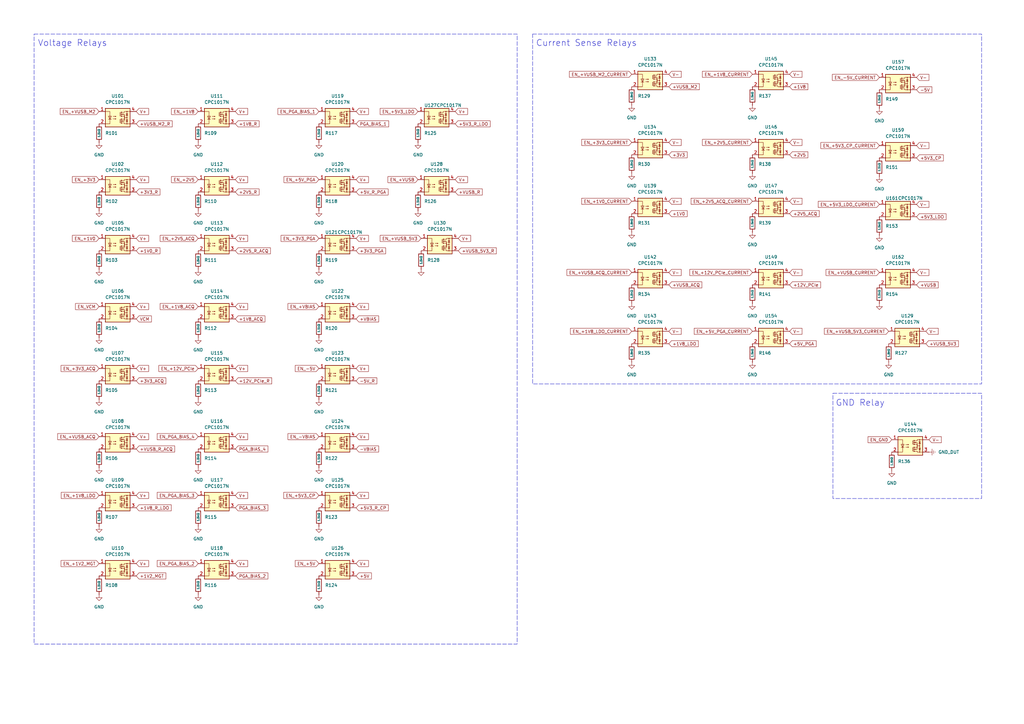
<source format=kicad_sch>
(kicad_sch (version 20250114) (generator "eeschema") (generator_version "9.0")
  (paper "A3")
  (rectangle (start 341.63 161.29) (end 402.59 204.47) (stroke (width 0) (type dash)))
  (rectangle (start 13.97 13.97) (end 212.09 264.16) (stroke (width 0) (type dash)))
  (rectangle (start 218.44 13.97) (end 402.59 157.48) (stroke (width 0) (type dash)))
  (text "Voltage Relays" (at 29.718 17.78 0) (effects (font (size 2.54 2.54))))
  (text "GND Relay" (at 352.806 165.354 0) (effects (font (size 2.54 2.54))))
  (text "Current Sense Relays\n" (at 240.538 17.78 0) (effects (font (size 2.54 2.54))))
  (global_label "PGA_BIAS_2" (shape input) (at 96.52 236.22 0) (property "Intersheetrefs" "${INTERSHEET_REFS}" (effects (hide yes))))
  (global_label "+5V" (shape input) (at 146.05 236.22 0) (property "Intersheetrefs" "${INTERSHEET_REFS}" (effects (hide yes))))
  (global_label "V+" (shape input) (at 96.52 203.2 0) (property "Intersheetrefs" "${INTERSHEET_REFS}" (effects (hide yes))))
  (global_label "V+" (shape input) (at 55.88 151.13 0) (property "Intersheetrefs" "${INTERSHEET_REFS}" (effects (hide yes))))
  (global_label "EN_+2V5_ACQ" (shape input) (at 81.28 97.79 180) (property "Intersheetrefs" "${INTERSHEET_REFS}" (effects (hide yes))))
  (global_label "V+" (shape input) (at 186.69 45.72 0) (property "Intersheetrefs" "${INTERSHEET_REFS}" (effects (hide yes))))
  (global_label "V-" (shape input) (at 274.32 135.89 0) (property "Intersheetrefs" "${INTERSHEET_REFS}" (effects (hide yes))))
  (global_label "EN_PGA_BIAS_4" (shape input) (at 81.28 179.07 180) (property "Intersheetrefs" "${INTERSHEET_REFS}" (effects (hide yes))))
  (global_label "+VUSB" (shape input) (at 375.92 116.84 0) (property "Intersheetrefs" "${INTERSHEET_REFS}" (effects (hide yes))))
  (global_label "EN_+1V8" (shape input) (at 81.28 45.72 180) (property "Intersheetrefs" "${INTERSHEET_REFS}" (effects (hide yes))))
  (global_label "PGA_BIAS_3" (shape input) (at 96.52 208.28 0) (property "Intersheetrefs" "${INTERSHEET_REFS}" (effects (hide yes))))
  (global_label "V-" (shape input) (at 323.85 58.42 0) (property "Intersheetrefs" "${INTERSHEET_REFS}" (effects (hide yes))))
  (global_label "V+" (shape input) (at 55.88 179.07 0) (property "Intersheetrefs" "${INTERSHEET_REFS}" (effects (hide yes))))
  (global_label "PGA_BIAS_1" (shape input) (at 146.05 50.8 0) (property "Intersheetrefs" "${INTERSHEET_REFS}" (effects (hide yes))))
  (global_label "V-" (shape input) (at 375.92 111.76 0) (property "Intersheetrefs" "${INTERSHEET_REFS}" (effects (hide yes))))
  (global_label "EN_+2V5" (shape input) (at 81.28 73.66 180) (property "Intersheetrefs" "${INTERSHEET_REFS}" (effects (hide yes))))
  (global_label "V-" (shape input) (at 323.85 135.89 0) (property "Intersheetrefs" "${INTERSHEET_REFS}" (effects (hide yes))))
  (global_label "EN_+2V5_CURRENT" (shape input) (at 308.61 58.42 180) (property "Intersheetrefs" "${INTERSHEET_REFS}" (effects (hide yes))))
  (global_label "EN_+VUSB_M2_CURRENT" (shape input) (at 259.08 30.48 180) (property "Intersheetrefs" "${INTERSHEET_REFS}" (effects (hide yes))))
  (global_label "V+" (shape input) (at 96.52 45.72 0) (property "Intersheetrefs" "${INTERSHEET_REFS}" (effects (hide yes))))
  (global_label "EN_+5V3_LDO" (shape input) (at 171.45 45.72 180) (property "Intersheetrefs" "${INTERSHEET_REFS}" (effects (hide yes))))
  (global_label "EN_+VUSB_ACQ_CURRENT" (shape input) (at 259.08 111.76 180) (property "Intersheetrefs" "${INTERSHEET_REFS}" (effects (hide yes))))
  (global_label "+5V3_R_LDO" (shape input) (at 186.69 50.8 0) (property "Intersheetrefs" "${INTERSHEET_REFS}" (effects (hide yes))))
  (global_label "V+" (shape input) (at 186.69 73.66 0) (property "Intersheetrefs" "${INTERSHEET_REFS}" (effects (hide yes))))
  (global_label "V+" (shape input) (at 96.52 125.73 0) (property "Intersheetrefs" "${INTERSHEET_REFS}" (effects (hide yes))))
  (global_label "EN_+5V3_CP" (shape input) (at 130.81 203.2 180) (property "Intersheetrefs" "${INTERSHEET_REFS}" (effects (hide yes))))
  (global_label "V+" (shape input) (at 146.05 179.07 0) (property "Intersheetrefs" "${INTERSHEET_REFS}" (effects (hide yes))))
  (global_label "EN_+5V_PGA" (shape input) (at 130.81 73.66 180) (property "Intersheetrefs" "${INTERSHEET_REFS}" (effects (hide yes))))
  (global_label "EN_PGA_BIAS_1" (shape input) (at 130.81 45.72 180) (property "Intersheetrefs" "${INTERSHEET_REFS}" (effects (hide yes))))
  (global_label "+VUSB_R" (shape input) (at 186.69 78.74 0) (property "Intersheetrefs" "${INTERSHEET_REFS}" (effects (hide yes))))
  (global_label "EN_+1V8_ACQ" (shape input) (at 81.28 125.73 180) (property "Intersheetrefs" "${INTERSHEET_REFS}" (effects (hide yes))))
  (global_label "EN_+1V0" (shape input) (at 40.64 97.79 180) (property "Intersheetrefs" "${INTERSHEET_REFS}" (effects (hide yes))))
  (global_label "+VUSB_M2_R" (shape input) (at 55.88 50.8 0) (property "Intersheetrefs" "${INTERSHEET_REFS}" (effects (hide yes))))
  (global_label "V-" (shape input) (at 274.32 30.48 0) (property "Intersheetrefs" "${INTERSHEET_REFS}" (effects (hide yes))))
  (global_label "V+" (shape input) (at 55.88 125.73 0) (property "Intersheetrefs" "${INTERSHEET_REFS}" (effects (hide yes))))
  (global_label "EN_GND" (shape input) (at 365.76 180.34 180) (property "Intersheetrefs" "${INTERSHEET_REFS}" (effects (hide yes))))
  (global_label "+3V3" (shape input) (at 274.32 63.5 0) (property "Intersheetrefs" "${INTERSHEET_REFS}" (effects (hide yes))))
  (global_label "EN_PGA_BIAS_3" (shape input) (at 81.28 203.2 180) (property "Intersheetrefs" "${INTERSHEET_REFS}" (effects (hide yes))))
  (global_label "EN_+1V8_LDO_CURRENT" (shape input) (at 259.08 135.89 180) (property "Intersheetrefs" "${INTERSHEET_REFS}" (effects (hide yes))))
  (global_label "+1V0" (shape input) (at 274.32 87.63 0) (property "Intersheetrefs" "${INTERSHEET_REFS}" (effects (hide yes))))
  (global_label "+12V_PCIe" (shape input) (at 323.85 116.84 0) (property "Intersheetrefs" "${INTERSHEET_REFS}" (effects (hide yes))))
  (global_label "EN_+1V8_CURRENT" (shape input) (at 308.61 30.48 180) (property "Intersheetrefs" "${INTERSHEET_REFS}" (effects (hide yes))))
  (global_label "EN_+VUSB_M2" (shape input) (at 40.64 45.72 180) (property "Intersheetrefs" "${INTERSHEET_REFS}" (effects (hide yes))))
  (global_label "-5V" (shape input) (at 375.92 36.83 0) (property "Intersheetrefs" "${INTERSHEET_REFS}" (effects (hide yes))))
  (global_label "EN_+5V_PGA_CURRENT" (shape input) (at 308.61 135.89 180) (property "Intersheetrefs" "${INTERSHEET_REFS}" (effects (hide yes))))
  (global_label "+VBIAS" (shape input) (at 146.05 130.81 0) (property "Intersheetrefs" "${INTERSHEET_REFS}" (effects (hide yes))))
  (global_label "V+" (shape input) (at 146.05 151.13 0) (property "Intersheetrefs" "${INTERSHEET_REFS}" (effects (hide yes))))
  (global_label "V+" (shape input) (at 187.96 97.79 0) (property "Intersheetrefs" "${INTERSHEET_REFS}" (effects (hide yes))))
  (global_label "EN_-VBIAS" (shape input) (at 130.81 179.07 180) (property "Intersheetrefs" "${INTERSHEET_REFS}" (effects (hide yes))))
  (global_label "+3V3_R" (shape input) (at 55.88 78.74 0) (property "Intersheetrefs" "${INTERSHEET_REFS}" (effects (hide yes))))
  (global_label "+VUSB_5V3_R" (shape input) (at 187.96 102.87 0) (property "Intersheetrefs" "${INTERSHEET_REFS}" (effects (hide yes))))
  (global_label "V+" (shape input) (at 55.88 97.79 0) (property "Intersheetrefs" "${INTERSHEET_REFS}" (effects (hide yes))))
  (global_label "+5V3_LDO" (shape input) (at 375.92 88.9 0) (property "Intersheetrefs" "${INTERSHEET_REFS}" (effects (hide yes))))
  (global_label "+2V5" (shape input) (at 323.85 63.5 0) (property "Intersheetrefs" "${INTERSHEET_REFS}" (effects (hide yes))))
  (global_label "+2V5_R" (shape input) (at 96.52 78.74 0) (property "Intersheetrefs" "${INTERSHEET_REFS}" (effects (hide yes))))
  (global_label "EN_+12V_PCIe_CURRENT" (shape input) (at 308.61 111.76 180) (property "Intersheetrefs" "${INTERSHEET_REFS}" (effects (hide yes))))
  (global_label "V-" (shape input) (at 274.32 82.55 0) (property "Intersheetrefs" "${INTERSHEET_REFS}" (effects (hide yes))))
  (global_label "V+" (shape input) (at 55.88 73.66 0) (property "Intersheetrefs" "${INTERSHEET_REFS}" (effects (hide yes))))
  (global_label "+1V0_R" (shape input) (at 55.88 102.87 0) (property "Intersheetrefs" "${INTERSHEET_REFS}" (effects (hide yes))))
  (global_label "EN_+3V3_CURRENT" (shape input) (at 259.08 58.42 180) (property "Intersheetrefs" "${INTERSHEET_REFS}" (effects (hide yes))))
  (global_label "+5V_R_PGA" (shape input) (at 146.05 78.74 0) (property "Intersheetrefs" "${INTERSHEET_REFS}" (effects (hide yes))))
  (global_label "+5V3_CP" (shape input) (at 375.92 64.77 0) (property "Intersheetrefs" "${INTERSHEET_REFS}" (effects (hide yes))))
  (global_label "+1V8_ACQ" (shape input) (at 96.52 130.81 0) (property "Intersheetrefs" "${INTERSHEET_REFS}" (effects (hide yes))))
  (global_label "V-" (shape input) (at 375.92 59.69 0) (property "Intersheetrefs" "${INTERSHEET_REFS}" (effects (hide yes))))
  (global_label "V+" (shape input) (at 146.05 125.73 0) (property "Intersheetrefs" "${INTERSHEET_REFS}" (effects (hide yes))))
  (global_label "EN_+1V8_LDO" (shape input) (at 40.64 203.2 180) (property "Intersheetrefs" "${INTERSHEET_REFS}" (effects (hide yes))))
  (global_label "V+" (shape input) (at 146.05 203.2 0) (property "Intersheetrefs" "${INTERSHEET_REFS}" (effects (hide yes))))
  (global_label "+2V5_ACQ" (shape input) (at 323.85 87.63 0) (property "Intersheetrefs" "${INTERSHEET_REFS}" (effects (hide yes))))
  (global_label "V+" (shape input) (at 55.88 231.14 0) (property "Intersheetrefs" "${INTERSHEET_REFS}" (effects (hide yes))))
  (global_label "EN_-5V_CURRENT" (shape input) (at 360.68 31.75 180) (property "Intersheetrefs" "${INTERSHEET_REFS}" (effects (hide yes))))
  (global_label "EN_+5V3_CP_CURRENT" (shape input) (at 360.68 59.69 180) (property "Intersheetrefs" "${INTERSHEET_REFS}" (effects (hide yes))))
  (global_label "V+" (shape input) (at 96.52 73.66 0) (property "Intersheetrefs" "${INTERSHEET_REFS}" (effects (hide yes))))
  (global_label "V+" (shape input) (at 55.88 203.2 0) (property "Intersheetrefs" "${INTERSHEET_REFS}" (effects (hide yes))))
  (global_label "EN_+VUSB_CURRENT" (shape input) (at 360.68 111.76 180) (property "Intersheetrefs" "${INTERSHEET_REFS}" (effects (hide yes))))
  (global_label "V-" (shape input) (at 323.85 111.76 0) (property "Intersheetrefs" "${INTERSHEET_REFS}" (effects (hide yes))))
  (global_label "EN_+12V_PCIe" (shape input) (at 81.28 151.13 180) (property "Intersheetrefs" "${INTERSHEET_REFS}" (effects (hide yes))))
  (global_label "EN_+3V3" (shape input) (at 40.64 73.66 180) (property "Intersheetrefs" "${INTERSHEET_REFS}" (effects (hide yes))))
  (global_label "V-" (shape input) (at 274.32 111.76 0) (property "Intersheetrefs" "${INTERSHEET_REFS}" (effects (hide yes))))
  (global_label "EN_+3V3_PGA" (shape input) (at 130.81 97.79 180) (property "Intersheetrefs" "${INTERSHEET_REFS}" (effects (hide yes))))
  (global_label "EN_+5V3_LDO_CURRENT" (shape input) (at 360.68 83.82 180) (property "Intersheetrefs" "${INTERSHEET_REFS}" (effects (hide yes))))
  (global_label "EN_+2V5_ACQ_CURRENT" (shape input) (at 308.61 82.55 180) (property "Intersheetrefs" "${INTERSHEET_REFS}" (effects (hide yes))))
  (global_label "V-" (shape input) (at 274.32 58.42 0) (property "Intersheetrefs" "${INTERSHEET_REFS}" (effects (hide yes))))
  (global_label "V+" (shape input) (at 96.52 231.14 0) (property "Intersheetrefs" "${INTERSHEET_REFS}" (effects (hide yes))))
  (global_label "V+" (shape input) (at 96.52 179.07 0) (property "Intersheetrefs" "${INTERSHEET_REFS}" (effects (hide yes))))
  (global_label "+1V2_MGT" (shape input) (at 55.88 236.22 0) (property "Intersheetrefs" "${INTERSHEET_REFS}" (effects (hide yes))))
  (global_label "EN_+VUSB_ACQ" (shape input) (at 40.64 179.07 180) (property "Intersheetrefs" "${INTERSHEET_REFS}" (effects (hide yes))))
  (global_label "EN_+5V" (shape input) (at 130.81 231.14 180) (property "Intersheetrefs" "${INTERSHEET_REFS}" (effects (hide yes))))
  (global_label "V+" (shape input) (at 55.88 45.72 0) (property "Intersheetrefs" "${INTERSHEET_REFS}" (effects (hide yes))))
  (global_label "V+" (shape input) (at 146.05 231.14 0) (property "Intersheetrefs" "${INTERSHEET_REFS}" (effects (hide yes))))
  (global_label "+1V8_R" (shape input) (at 96.52 50.8 0) (property "Intersheetrefs" "${INTERSHEET_REFS}" (effects (hide yes))))
  (global_label "+1V8_LDO" (shape input) (at 274.32 140.97 0) (property "Intersheetrefs" "${INTERSHEET_REFS}" (effects (hide yes))))
  (global_label "V-" (shape input) (at 379.73 135.89 0) (property "Intersheetrefs" "${INTERSHEET_REFS}" (effects (hide yes))))
  (global_label "+5V3_R_CP" (shape input) (at 146.05 208.28 0) (property "Intersheetrefs" "${INTERSHEET_REFS}" (effects (hide yes))))
  (global_label "EN_+VUSB" (shape input) (at 171.45 73.66 180) (property "Intersheetrefs" "${INTERSHEET_REFS}" (effects (hide yes))))
  (global_label "EN_PGA_BIAS_2" (shape input) (at 81.28 231.14 180) (property "Intersheetrefs" "${INTERSHEET_REFS}" (effects (hide yes))))
  (global_label "V+" (shape input) (at 96.52 97.79 0) (property "Intersheetrefs" "${INTERSHEET_REFS}" (effects (hide yes))))
  (global_label "EN_+VUSB_5V3_CURRENT" (shape input) (at 364.49 135.89 180) (property "Intersheetrefs" "${INTERSHEET_REFS}" (effects (hide yes))))
  (global_label "V-" (shape input) (at 375.92 83.82 0) (property "Intersheetrefs" "${INTERSHEET_REFS}" (effects (hide yes))))
  (global_label "+3V3_PGA" (shape input) (at 146.05 102.87 0) (property "Intersheetrefs" "${INTERSHEET_REFS}" (effects (hide yes))))
  (global_label "V-" (shape input) (at 381 180.34 0) (property "Intersheetrefs" "${INTERSHEET_REFS}" (effects (hide yes))))
  (global_label "EN_-5V" (shape input) (at 130.81 151.13 180) (property "Intersheetrefs" "${INTERSHEET_REFS}" (effects (hide yes))))
  (global_label "-VBIAS" (shape input) (at 146.05 184.15 0) (property "Intersheetrefs" "${INTERSHEET_REFS}" (effects (hide yes))))
  (global_label "+12V_PCIe_R" (shape input) (at 96.52 156.21 0) (property "Intersheetrefs" "${INTERSHEET_REFS}" (effects (hide yes))))
  (global_label "V+" (shape input) (at 146.05 97.79 0) (property "Intersheetrefs" "${INTERSHEET_REFS}" (effects (hide yes))))
  (global_label "EN_+VBIAS" (shape input) (at 130.81 125.73 180) (property "Intersheetrefs" "${INTERSHEET_REFS}" (effects (hide yes))))
  (global_label "V+" (shape input) (at 146.05 45.72 0) (property "Intersheetrefs" "${INTERSHEET_REFS}" (effects (hide yes))))
  (global_label "EN_+1V0_CURRENT" (shape input) (at 259.08 82.55 180) (property "Intersheetrefs" "${INTERSHEET_REFS}" (effects (hide yes))))
  (global_label "+VUSB_5V3" (shape input) (at 379.73 140.97 0) (property "Intersheetrefs" "${INTERSHEET_REFS}" (effects (hide yes))))
  (global_label "+VUSB_ACQ" (shape input) (at 274.32 116.84 0) (property "Intersheetrefs" "${INTERSHEET_REFS}" (effects (hide yes))))
  (global_label "+VUSB_R_ACQ" (shape input) (at 55.88 184.15 0) (property "Intersheetrefs" "${INTERSHEET_REFS}" (effects (hide yes))))
  (global_label "V-" (shape input) (at 375.92 31.75 0) (property "Intersheetrefs" "${INTERSHEET_REFS}" (effects (hide yes))))
  (global_label "EN_VCM" (shape input) (at 40.64 125.73 180) (property "Intersheetrefs" "${INTERSHEET_REFS}" (effects (hide yes))))
  (global_label "EN_+3V3_ACQ" (shape input) (at 40.64 151.13 180) (property "Intersheetrefs" "${INTERSHEET_REFS}" (effects (hide yes))))
  (global_label "EN_+1V2_MGT" (shape input) (at 40.64 231.14 180) (property "Intersheetrefs" "${INTERSHEET_REFS}" (effects (hide yes))))
  (global_label "EN_+VUSB_5V3" (shape input) (at 172.72 97.79 180) (property "Intersheetrefs" "${INTERSHEET_REFS}" (effects (hide yes))))
  (global_label "+5V_PGA" (shape input) (at 323.85 140.97 0) (property "Intersheetrefs" "${INTERSHEET_REFS}" (effects (hide yes))))
  (global_label "VCM" (shape input) (at 55.88 130.81 0) (property "Intersheetrefs" "${INTERSHEET_REFS}" (effects (hide yes))))
  (global_label "V-" (shape input) (at 323.85 30.48 0) (property "Intersheetrefs" "${INTERSHEET_REFS}" (effects (hide yes))))
  (global_label "V+" (shape input) (at 146.05 73.66 0) (property "Intersheetrefs" "${INTERSHEET_REFS}" (effects (hide yes))))
  (global_label "V+" (shape input) (at 96.52 151.13 0) (property "Intersheetrefs" "${INTERSHEET_REFS}" (effects (hide yes))))
  (global_label "+1V8_R_LDO" (shape input) (at 55.88 208.28 0) (property "Intersheetrefs" "${INTERSHEET_REFS}" (effects (hide yes))))
  (global_label "+VUSB_M2" (shape input) (at 274.32 35.56 0) (property "Intersheetrefs" "${INTERSHEET_REFS}" (effects (hide yes))))
  (global_label "+1V8" (shape input) (at 323.85 35.56 0) (property "Intersheetrefs" "${INTERSHEET_REFS}" (effects (hide yes))))
  (global_label "-5V_R" (shape input) (at 146.05 156.21 0) (property "Intersheetrefs" "${INTERSHEET_REFS}" (effects (hide yes))))
  (global_label "+3V3_ACQ" (shape input) (at 55.88 156.21 0) (property "Intersheetrefs" "${INTERSHEET_REFS}" (effects (hide yes))))
  (global_label "PGA_BIAS_4" (shape input) (at 96.52 184.15 0) (property "Intersheetrefs" "${INTERSHEET_REFS}" (effects (hide yes))))
  (global_label "+2V5_R_ACQ" (shape input) (at 96.52 102.87 0) (property "Intersheetrefs" "${INTERSHEET_REFS}" (effects (hide yes))))
  (global_label "V-" (shape input) (at 323.85 82.55 0) (property "Intersheetrefs" "${INTERSHEET_REFS}" (effects (hide yes))))
  (symbol (lib_id "power:GND") (at 360.68 96.52 0) (unit 1)
    (property "Reference" "#PWR0200" (effects (hide yes)))
    (property "Value" "GND" (at 360.68 101.6 0))
    (property "Description" "Power symbol creates a global label with name \"GND\" , ground" (effects (hide yes)))
  )
  (symbol (lib_id "power:GND") (at 81.28 215.9 0) (unit 1)
    (property "Reference" "#PWR0129" (effects (hide yes)))
    (property "Value" "GND" (at 81.28 220.98 0))
    (property "Description" "Power symbol creates a global label with name \"GND\" , ground" (effects (hide yes)))
  )
  (symbol (lib_id "PCM_JLCPCB-Resistors:0402,1.5kΩ") (at 40.64 160.02 0) (unit 1)
    (property "Reference" "R105" (at 43.18 160.0199 0) (effects (justify left)))
    (property "Value" "1.5kΩ" (at 40.64 160.02 90) (effects (font (size 0.8 0.8))))
    (property "Footprint" "PCM_JLCPCB:R_0402" (effects (hide yes)))
    (property "Datasheet" "https://www.lcsc.com/datasheet/lcsc_datasheet_2206010045_UNI-ROYAL-Uniroyal-Elec-0402WGF1501TCE_C25867.pdf" (effects (hide yes)))
    (property "Description" "62.5mW Thick Film Resistors 50V ±100ppm/°C ±1% 1.5kΩ 0402 Chip Resistor - Surface Mount ROHS" (effects (hide yes)))
    (property "LCSC" "C25867" (effects (hide yes)))
    (property "Stock" "761798" (effects (hide yes)))
    (property "Price" "0.004USD" (effects (hide yes)))
    (property "Process" "SMT" (effects (hide yes)))
    (property "Minimum Qty" "20" (effects (hide yes)))
    (property "Attrition Qty" "10" (effects (hide yes)))
    (property "Class" "Basic Component" (effects (hide yes)))
    (property "Category" "Resistors,Chip Resistor - Surface Mount" (effects (hide yes)))
    (property "Manufacturer" "UNI-ROYAL(Uniroyal Elec)" (effects (hide yes)))
    (property "Part" "0402WGF1501TCE" (effects (hide yes)))
    (property "Resistance" "1.5kΩ" (effects (hide yes)))
    (property "Power(Watts)" "62.5mW" (effects (hide yes)))
    (property "Type" "Thick Film Resistors" (effects (hide yes)))
    (property "Overload Voltage (Max)" "50V" (effects (hide yes)))
    (property "Operating Temperature Range" "-55°C~+155°C" (effects (hide yes)))
    (property "Tolerance" "±1%" (effects (hide yes)))
    (property "Temperature Coefficient" "±100ppm/°C" (effects (hide yes)))
  )
  (symbol (lib_id "power:GND") (at 171.45 86.36 0) (unit 1)
    (property "Reference" "#PWR0140" (effects (hide yes)))
    (property "Value" "GND" (at 171.45 91.44 0))
    (property "Description" "Power symbol creates a global label with name \"GND\" , ground" (effects (hide yes)))
  )
  (symbol (lib_id "power:GND") (at 40.64 191.77 0) (unit 1)
    (property "Reference" "#PWR0120" (effects (hide yes)))
    (property "Value" "GND" (at 40.64 196.85 0))
    (property "Description" "Power symbol creates a global label with name \"GND\" , ground" (effects (hide yes)))
  )
  (symbol (lib_id "power:GND") (at 365.76 193.04 0) (unit 1)
    (property "Reference" "#PWR0183" (effects (hide yes)))
    (property "Value" "GND" (at 365.76 198.12 0))
    (property "Description" "Power symbol creates a global label with name \"GND\" , ground" (effects (hide yes)))
  )
  (symbol (lib_id "PCM_JLCPCB-Resistors:0402,1.5kΩ") (at 360.68 92.71 0) (unit 1)
    (property "Reference" "R153" (at 363.22 92.7099 0) (effects (justify left)))
    (property "Value" "1.5kΩ" (at 360.68 92.71 90) (effects (font (size 0.8 0.8))))
    (property "Footprint" "PCM_JLCPCB:R_0402" (effects (hide yes)))
    (property "Datasheet" "https://www.lcsc.com/datasheet/lcsc_datasheet_2206010045_UNI-ROYAL-Uniroyal-Elec-0402WGF1501TCE_C25867.pdf" (effects (hide yes)))
    (property "Description" "62.5mW Thick Film Resistors 50V ±100ppm/°C ±1% 1.5kΩ 0402 Chip Resistor - Surface Mount ROHS" (effects (hide yes)))
    (property "LCSC" "C25867" (effects (hide yes)))
    (property "Stock" "761798" (effects (hide yes)))
    (property "Price" "0.004USD" (effects (hide yes)))
    (property "Process" "SMT" (effects (hide yes)))
    (property "Minimum Qty" "20" (effects (hide yes)))
    (property "Attrition Qty" "10" (effects (hide yes)))
    (property "Class" "Basic Component" (effects (hide yes)))
    (property "Category" "Resistors,Chip Resistor - Surface Mount" (effects (hide yes)))
    (property "Manufacturer" "UNI-ROYAL(Uniroyal Elec)" (effects (hide yes)))
    (property "Part" "0402WGF1501TCE" (effects (hide yes)))
    (property "Resistance" "1.5kΩ" (effects (hide yes)))
    (property "Power(Watts)" "62.5mW" (effects (hide yes)))
    (property "Type" "Thick Film Resistors" (effects (hide yes)))
    (property "Overload Voltage (Max)" "50V" (effects (hide yes)))
    (property "Operating Temperature Range" "-55°C~+155°C" (effects (hide yes)))
    (property "Tolerance" "±1%" (effects (hide yes)))
    (property "Temperature Coefficient" "±100ppm/°C" (effects (hide yes)))
  )
  (symbol (lib_id "ThunderScope:CPC1017N") (at 179.07 48.26 0) (unit 1)
    (property "Reference" "U127" (at 173.99 43.18 0) (effects (justify left)))
    (property "Value" "CPC1017N" (at 179.07 43.18 0) (effects (justify left)))
    (property "Footprint" "Package_SO:SOP-4_3.8x4.1mm_P2.54mm" (effects (hide yes)))
    (property "Datasheet" "http://www.ixysic.com/home/pdfs.nsf/www/CPC1017N.pdf/$file/CPC1017N.pdf" (effects (hide yes)))
    (property "Description" "Form A, Solid State Relay (Photo MOSFET) 60V, 0.1A, 16Ohm, SO-4" (effects (hide yes)))
    (property "LCSC" "C81521" (effects (hide yes)))
  )
  (symbol (lib_id "ThunderScope:CPC1017N") (at 138.43 100.33 0) (unit 1)
    (property "Reference" "U121" (at 133.35 95.25 0) (effects (justify left)))
    (property "Value" "CPC1017N" (at 138.43 95.25 0) (effects (justify left)))
    (property "Footprint" "Package_SO:SOP-4_3.8x4.1mm_P2.54mm" (effects (hide yes)))
    (property "Datasheet" "http://www.ixysic.com/home/pdfs.nsf/www/CPC1017N.pdf/$file/CPC1017N.pdf" (effects (hide yes)))
    (property "Description" "Form A, Solid State Relay (Photo MOSFET) 60V, 0.1A, 16Ohm, SO-4" (effects (hide yes)))
    (property "LCSC" "C81521" (effects (hide yes)))
  )
  (symbol (lib_id "power:GND") (at 308.61 43.18 0) (unit 1)
    (property "Reference" "#PWR0184" (effects (hide yes)))
    (property "Value" "GND" (at 308.61 48.26 0))
    (property "Description" "Power symbol creates a global label with name \"GND\" , ground" (effects (hide yes)))
  )
  (symbol (lib_id "power:GND") (at 308.61 148.59 0) (unit 1)
    (property "Reference" "#PWR0193" (effects (hide yes)))
    (property "Value" "GND" (at 308.61 153.67 0))
    (property "Description" "Power symbol creates a global label with name \"GND\" , ground" (effects (hide yes)))
  )
  (symbol (lib_id "PCM_JLCPCB-Resistors:0402,1.5kΩ") (at 308.61 67.31 0) (unit 1)
    (property "Reference" "R138" (at 311.15 67.3099 0) (effects (justify left)))
    (property "Value" "1.5kΩ" (at 308.61 67.31 90) (effects (font (size 0.8 0.8))))
    (property "Footprint" "PCM_JLCPCB:R_0402" (effects (hide yes)))
    (property "Datasheet" "https://www.lcsc.com/datasheet/lcsc_datasheet_2206010045_UNI-ROYAL-Uniroyal-Elec-0402WGF1501TCE_C25867.pdf" (effects (hide yes)))
    (property "Description" "62.5mW Thick Film Resistors 50V ±100ppm/°C ±1% 1.5kΩ 0402 Chip Resistor - Surface Mount ROHS" (effects (hide yes)))
    (property "LCSC" "C25867" (effects (hide yes)))
    (property "Stock" "761798" (effects (hide yes)))
    (property "Price" "0.004USD" (effects (hide yes)))
    (property "Process" "SMT" (effects (hide yes)))
    (property "Minimum Qty" "20" (effects (hide yes)))
    (property "Attrition Qty" "10" (effects (hide yes)))
    (property "Class" "Basic Component" (effects (hide yes)))
    (property "Category" "Resistors,Chip Resistor - Surface Mount" (effects (hide yes)))
    (property "Manufacturer" "UNI-ROYAL(Uniroyal Elec)" (effects (hide yes)))
    (property "Part" "0402WGF1501TCE" (effects (hide yes)))
    (property "Resistance" "1.5kΩ" (effects (hide yes)))
    (property "Power(Watts)" "62.5mW" (effects (hide yes)))
    (property "Type" "Thick Film Resistors" (effects (hide yes)))
    (property "Overload Voltage (Max)" "50V" (effects (hide yes)))
    (property "Operating Temperature Range" "-55°C~+155°C" (effects (hide yes)))
    (property "Tolerance" "±1%" (effects (hide yes)))
    (property "Temperature Coefficient" "±100ppm/°C" (effects (hide yes)))
  )
  (symbol (lib_id "PCM_JLCPCB-Resistors:0402,1.5kΩ") (at 40.64 54.61 0) (unit 1)
    (property "Reference" "R101" (at 43.18 54.6099 0) (effects (justify left)))
    (property "Value" "1.5kΩ" (at 40.64 54.61 90) (effects (font (size 0.8 0.8))))
    (property "Footprint" "PCM_JLCPCB:R_0402" (effects (hide yes)))
    (property "Datasheet" "https://www.lcsc.com/datasheet/lcsc_datasheet_2206010045_UNI-ROYAL-Uniroyal-Elec-0402WGF1501TCE_C25867.pdf" (effects (hide yes)))
    (property "Description" "62.5mW Thick Film Resistors 50V ±100ppm/°C ±1% 1.5kΩ 0402 Chip Resistor - Surface Mount ROHS" (effects (hide yes)))
    (property "LCSC" "C25867" (effects (hide yes)))
    (property "Stock" "761798" (effects (hide yes)))
    (property "Price" "0.004USD" (effects (hide yes)))
    (property "Process" "SMT" (effects (hide yes)))
    (property "Minimum Qty" "20" (effects (hide yes)))
    (property "Attrition Qty" "10" (effects (hide yes)))
    (property "Class" "Basic Component" (effects (hide yes)))
    (property "Category" "Resistors,Chip Resistor - Surface Mount" (effects (hide yes)))
    (property "Manufacturer" "UNI-ROYAL(Uniroyal Elec)" (effects (hide yes)))
    (property "Part" "0402WGF1501TCE" (effects (hide yes)))
    (property "Resistance" "1.5kΩ" (effects (hide yes)))
    (property "Power(Watts)" "62.5mW" (effects (hide yes)))
    (property "Type" "Thick Film Resistors" (effects (hide yes)))
    (property "Overload Voltage (Max)" "50V" (effects (hide yes)))
    (property "Operating Temperature Range" "-55°C~+155°C" (effects (hide yes)))
    (property "Tolerance" "±1%" (effects (hide yes)))
    (property "Temperature Coefficient" "±100ppm/°C" (effects (hide yes)))
  )
  (symbol (lib_id "ThunderScope:CPC1017N") (at 138.43 153.67 0) (unit 1)
    (property "Reference" "U123" (at 138.43 144.78 0))
    (property "Value" "CPC1017N" (at 138.43 147.32 0))
    (property "Footprint" "Package_SO:SOP-4_3.8x4.1mm_P2.54mm" (effects (hide yes)))
    (property "Datasheet" "http://www.ixysic.com/home/pdfs.nsf/www/CPC1017N.pdf/$file/CPC1017N.pdf" (effects (hide yes)))
    (property "Description" "Form A, Solid State Relay (Photo MOSFET) 60V, 0.1A, 16Ohm, SO-4" (effects (hide yes)))
    (property "LCSC" "C81521" (effects (hide yes)))
  )
  (symbol (lib_id "power:GND") (at 81.28 138.43 0) (unit 1)
    (property "Reference" "#PWR0126" (effects (hide yes)))
    (property "Value" "GND" (at 81.28 143.51 0))
    (property "Description" "Power symbol creates a global label with name \"GND\" , ground" (effects (hide yes)))
  )
  (symbol (lib_id "power:GND") (at 40.64 243.84 0) (unit 1)
    (property "Reference" "#PWR0122" (effects (hide yes)))
    (property "Value" "GND" (at 40.64 248.92 0))
    (property "Description" "Power symbol creates a global label with name \"GND\" , ground" (effects (hide yes)))
  )
  (symbol (lib_id "power:GND") (at 81.28 86.36 0) (unit 1)
    (property "Reference" "#PWR0124" (effects (hide yes)))
    (property "Value" "GND" (at 81.28 91.44 0))
    (property "Description" "Power symbol creates a global label with name \"GND\" , ground" (effects (hide yes)))
  )
  (symbol (lib_id "ThunderScope:CPC1017N") (at 316.23 138.43 0) (unit 1)
    (property "Reference" "U154" (at 316.23 129.54 0))
    (property "Value" "CPC1017N" (at 316.23 132.08 0))
    (property "Footprint" "Package_SO:SOP-4_3.8x4.1mm_P2.54mm" (effects (hide yes)))
    (property "Datasheet" "http://www.ixysic.com/home/pdfs.nsf/www/CPC1017N.pdf/$file/CPC1017N.pdf" (effects (hide yes)))
    (property "Description" "Form A, Solid State Relay (Photo MOSFET) 60V, 0.1A, 16Ohm, SO-4" (effects (hide yes)))
    (property "LCSC" "C81521" (effects (hide yes)))
  )
  (symbol (lib_id "power:GND") (at 130.81 58.42 0) (unit 1)
    (property "Reference" "#PWR0131" (effects (hide yes)))
    (property "Value" "GND" (at 130.81 63.5 0))
    (property "Description" "Power symbol creates a global label with name \"GND\" , ground" (effects (hide yes)))
  )
  (symbol (lib_id "PCM_JLCPCB-Resistors:0402,1.5kΩ") (at 259.08 67.31 0) (unit 1)
    (property "Reference" "R130" (at 261.62 67.3099 0) (effects (justify left)))
    (property "Value" "1.5kΩ" (at 259.08 67.31 90) (effects (font (size 0.8 0.8))))
    (property "Footprint" "PCM_JLCPCB:R_0402" (effects (hide yes)))
    (property "Datasheet" "https://www.lcsc.com/datasheet/lcsc_datasheet_2206010045_UNI-ROYAL-Uniroyal-Elec-0402WGF1501TCE_C25867.pdf" (effects (hide yes)))
    (property "Description" "62.5mW Thick Film Resistors 50V ±100ppm/°C ±1% 1.5kΩ 0402 Chip Resistor - Surface Mount ROHS" (effects (hide yes)))
    (property "LCSC" "C25867" (effects (hide yes)))
    (property "Stock" "761798" (effects (hide yes)))
    (property "Price" "0.004USD" (effects (hide yes)))
    (property "Process" "SMT" (effects (hide yes)))
    (property "Minimum Qty" "20" (effects (hide yes)))
    (property "Attrition Qty" "10" (effects (hide yes)))
    (property "Class" "Basic Component" (effects (hide yes)))
    (property "Category" "Resistors,Chip Resistor - Surface Mount" (effects (hide yes)))
    (property "Manufacturer" "UNI-ROYAL(Uniroyal Elec)" (effects (hide yes)))
    (property "Part" "0402WGF1501TCE" (effects (hide yes)))
    (property "Resistance" "1.5kΩ" (effects (hide yes)))
    (property "Power(Watts)" "62.5mW" (effects (hide yes)))
    (property "Type" "Thick Film Resistors" (effects (hide yes)))
    (property "Overload Voltage (Max)" "50V" (effects (hide yes)))
    (property "Operating Temperature Range" "-55°C~+155°C" (effects (hide yes)))
    (property "Tolerance" "±1%" (effects (hide yes)))
    (property "Temperature Coefficient" "±100ppm/°C" (effects (hide yes)))
  )
  (symbol (lib_id "PCM_JLCPCB-Resistors:0402,1.5kΩ") (at 81.28 134.62 0) (unit 1)
    (property "Reference" "R112" (at 83.82 134.6199 0) (effects (justify left)))
    (property "Value" "1.5kΩ" (at 81.28 134.62 90) (effects (font (size 0.8 0.8))))
    (property "Footprint" "PCM_JLCPCB:R_0402" (effects (hide yes)))
    (property "Datasheet" "https://www.lcsc.com/datasheet/lcsc_datasheet_2206010045_UNI-ROYAL-Uniroyal-Elec-0402WGF1501TCE_C25867.pdf" (effects (hide yes)))
    (property "Description" "62.5mW Thick Film Resistors 50V ±100ppm/°C ±1% 1.5kΩ 0402 Chip Resistor - Surface Mount ROHS" (effects (hide yes)))
    (property "LCSC" "C25867" (effects (hide yes)))
    (property "Stock" "761798" (effects (hide yes)))
    (property "Price" "0.004USD" (effects (hide yes)))
    (property "Process" "SMT" (effects (hide yes)))
    (property "Minimum Qty" "20" (effects (hide yes)))
    (property "Attrition Qty" "10" (effects (hide yes)))
    (property "Class" "Basic Component" (effects (hide yes)))
    (property "Category" "Resistors,Chip Resistor - Surface Mount" (effects (hide yes)))
    (property "Manufacturer" "UNI-ROYAL(Uniroyal Elec)" (effects (hide yes)))
    (property "Part" "0402WGF1501TCE" (effects (hide yes)))
    (property "Resistance" "1.5kΩ" (effects (hide yes)))
    (property "Power(Watts)" "62.5mW" (effects (hide yes)))
    (property "Type" "Thick Film Resistors" (effects (hide yes)))
    (property "Overload Voltage (Max)" "50V" (effects (hide yes)))
    (property "Operating Temperature Range" "-55°C~+155°C" (effects (hide yes)))
    (property "Tolerance" "±1%" (effects (hide yes)))
    (property "Temperature Coefficient" "±100ppm/°C" (effects (hide yes)))
  )
  (symbol (lib_id "power:GND") (at 360.68 124.46 0) (unit 1)
    (property "Reference" "#PWR0201" (effects (hide yes)))
    (property "Value" "GND" (effects (hide yes)))
    (property "Description" "Power symbol creates a global label with name \"GND\" , ground" (effects (hide yes)))
  )
  (symbol (lib_id "power:GND") (at 172.72 110.49 0) (unit 1)
    (property "Reference" "#PWR0142" (effects (hide yes)))
    (property "Value" "GND" (effects (hide yes)))
    (property "Description" "Power symbol creates a global label with name \"GND\" , ground" (effects (hide yes)))
  )
  (symbol (lib_id "ThunderScope:CPC1017N") (at 138.43 205.74 0) (unit 1)
    (property "Reference" "U125" (at 138.43 196.85 0))
    (property "Value" "CPC1017N" (at 138.43 199.39 0))
    (property "Footprint" "Package_SO:SOP-4_3.8x4.1mm_P2.54mm" (effects (hide yes)))
    (property "Datasheet" "http://www.ixysic.com/home/pdfs.nsf/www/CPC1017N.pdf/$file/CPC1017N.pdf" (effects (hide yes)))
    (property "Description" "Form A, Solid State Relay (Photo MOSFET) 60V, 0.1A, 16Ohm, SO-4" (effects (hide yes)))
    (property "LCSC" "C81521" (effects (hide yes)))
  )
  (symbol (lib_id "power:Earth") (at 381 185.42 90) (unit 1)
    (property "Reference" "#PWR0212" (effects (hide yes)))
    (property "Value" "GND_DUT" (at 384.81 185.4199 90) (effects (justify right)))
    (property "Description" "Power symbol creates a global label with name \"Earth\"" (effects (hide yes)))
  )
  (symbol (lib_id "PCM_JLCPCB-Resistors:0402,1.5kΩ") (at 130.81 212.09 0) (unit 1)
    (property "Reference" "R123" (at 133.35 212.0899 0) (effects (justify left)))
    (property "Value" "1.5kΩ" (at 130.81 212.09 90) (effects (font (size 0.8 0.8))))
    (property "Footprint" "PCM_JLCPCB:R_0402" (effects (hide yes)))
    (property "Datasheet" "https://www.lcsc.com/datasheet/lcsc_datasheet_2206010045_UNI-ROYAL-Uniroyal-Elec-0402WGF1501TCE_C25867.pdf" (effects (hide yes)))
    (property "Description" "62.5mW Thick Film Resistors 50V ±100ppm/°C ±1% 1.5kΩ 0402 Chip Resistor - Surface Mount ROHS" (effects (hide yes)))
    (property "LCSC" "C25867" (effects (hide yes)))
    (property "Stock" "761798" (effects (hide yes)))
    (property "Price" "0.004USD" (effects (hide yes)))
    (property "Process" "SMT" (effects (hide yes)))
    (property "Minimum Qty" "20" (effects (hide yes)))
    (property "Attrition Qty" "10" (effects (hide yes)))
    (property "Class" "Basic Component" (effects (hide yes)))
    (property "Category" "Resistors,Chip Resistor - Surface Mount" (effects (hide yes)))
    (property "Manufacturer" "UNI-ROYAL(Uniroyal Elec)" (effects (hide yes)))
    (property "Part" "0402WGF1501TCE" (effects (hide yes)))
    (property "Resistance" "1.5kΩ" (effects (hide yes)))
    (property "Power(Watts)" "62.5mW" (effects (hide yes)))
    (property "Type" "Thick Film Resistors" (effects (hide yes)))
    (property "Overload Voltage (Max)" "50V" (effects (hide yes)))
    (property "Operating Temperature Range" "-55°C~+155°C" (effects (hide yes)))
    (property "Tolerance" "±1%" (effects (hide yes)))
    (property "Temperature Coefficient" "±100ppm/°C" (effects (hide yes)))
  )
  (symbol (lib_id "PCM_JLCPCB-Resistors:0402,1.5kΩ") (at 308.61 144.78 0) (unit 1)
    (property "Reference" "R146" (at 311.15 144.7799 0) (effects (justify left)))
    (property "Value" "1.5kΩ" (at 308.61 144.78 90) (effects (font (size 0.8 0.8))))
    (property "Footprint" "PCM_JLCPCB:R_0402" (effects (hide yes)))
    (property "Datasheet" "https://www.lcsc.com/datasheet/lcsc_datasheet_2206010045_UNI-ROYAL-Uniroyal-Elec-0402WGF1501TCE_C25867.pdf" (effects (hide yes)))
    (property "Description" "62.5mW Thick Film Resistors 50V ±100ppm/°C ±1% 1.5kΩ 0402 Chip Resistor - Surface Mount ROHS" (effects (hide yes)))
    (property "LCSC" "C25867" (effects (hide yes)))
    (property "Stock" "761798" (effects (hide yes)))
    (property "Price" "0.004USD" (effects (hide yes)))
    (property "Process" "SMT" (effects (hide yes)))
    (property "Minimum Qty" "20" (effects (hide yes)))
    (property "Attrition Qty" "10" (effects (hide yes)))
    (property "Class" "Basic Component" (effects (hide yes)))
    (property "Category" "Resistors,Chip Resistor - Surface Mount" (effects (hide yes)))
    (property "Manufacturer" "UNI-ROYAL(Uniroyal Elec)" (effects (hide yes)))
    (property "Part" "0402WGF1501TCE" (effects (hide yes)))
    (property "Resistance" "1.5kΩ" (effects (hide yes)))
    (property "Power(Watts)" "62.5mW" (effects (hide yes)))
    (property "Type" "Thick Film Resistors" (effects (hide yes)))
    (property "Overload Voltage (Max)" "50V" (effects (hide yes)))
    (property "Operating Temperature Range" "-55°C~+155°C" (effects (hide yes)))
    (property "Tolerance" "±1%" (effects (hide yes)))
    (property "Temperature Coefficient" "±100ppm/°C" (effects (hide yes)))
  )
  (symbol (lib_id "PCM_JLCPCB-Resistors:0402,1.5kΩ") (at 81.28 82.55 0) (unit 1)
    (property "Reference" "R110" (at 83.82 82.5499 0) (effects (justify left)))
    (property "Value" "1.5kΩ" (at 81.28 82.55 90) (effects (font (size 0.8 0.8))))
    (property "Footprint" "PCM_JLCPCB:R_0402" (effects (hide yes)))
    (property "Datasheet" "https://www.lcsc.com/datasheet/lcsc_datasheet_2206010045_UNI-ROYAL-Uniroyal-Elec-0402WGF1501TCE_C25867.pdf" (effects (hide yes)))
    (property "Description" "62.5mW Thick Film Resistors 50V ±100ppm/°C ±1% 1.5kΩ 0402 Chip Resistor - Surface Mount ROHS" (effects (hide yes)))
    (property "LCSC" "C25867" (effects (hide yes)))
    (property "Stock" "761798" (effects (hide yes)))
    (property "Price" "0.004USD" (effects (hide yes)))
    (property "Process" "SMT" (effects (hide yes)))
    (property "Minimum Qty" "20" (effects (hide yes)))
    (property "Attrition Qty" "10" (effects (hide yes)))
    (property "Class" "Basic Component" (effects (hide yes)))
    (property "Category" "Resistors,Chip Resistor - Surface Mount" (effects (hide yes)))
    (property "Manufacturer" "UNI-ROYAL(Uniroyal Elec)" (effects (hide yes)))
    (property "Part" "0402WGF1501TCE" (effects (hide yes)))
    (property "Resistance" "1.5kΩ" (effects (hide yes)))
    (property "Power(Watts)" "62.5mW" (effects (hide yes)))
    (property "Type" "Thick Film Resistors" (effects (hide yes)))
    (property "Overload Voltage (Max)" "50V" (effects (hide yes)))
    (property "Operating Temperature Range" "-55°C~+155°C" (effects (hide yes)))
    (property "Tolerance" "±1%" (effects (hide yes)))
    (property "Temperature Coefficient" "±100ppm/°C" (effects (hide yes)))
  )
  (symbol (lib_id "PCM_JLCPCB-Resistors:0402,1.5kΩ") (at 130.81 106.68 0) (unit 1)
    (property "Reference" "R119" (at 133.35 106.6799 0) (effects (justify left)))
    (property "Value" "1.5kΩ" (at 130.81 106.68 90) (effects (font (size 0.8 0.8))))
    (property "Footprint" "PCM_JLCPCB:R_0402" (effects (hide yes)))
    (property "Datasheet" "https://www.lcsc.com/datasheet/lcsc_datasheet_2206010045_UNI-ROYAL-Uniroyal-Elec-0402WGF1501TCE_C25867.pdf" (effects (hide yes)))
    (property "Description" "62.5mW Thick Film Resistors 50V ±100ppm/°C ±1% 1.5kΩ 0402 Chip Resistor - Surface Mount ROHS" (effects (hide yes)))
    (property "LCSC" "C25867" (effects (hide yes)))
    (property "Stock" "761798" (effects (hide yes)))
    (property "Price" "0.004USD" (effects (hide yes)))
    (property "Process" "SMT" (effects (hide yes)))
    (property "Minimum Qty" "20" (effects (hide yes)))
    (property "Attrition Qty" "10" (effects (hide yes)))
    (property "Class" "Basic Component" (effects (hide yes)))
    (property "Category" "Resistors,Chip Resistor - Surface Mount" (effects (hide yes)))
    (property "Manufacturer" "UNI-ROYAL(Uniroyal Elec)" (effects (hide yes)))
    (property "Part" "0402WGF1501TCE" (effects (hide yes)))
    (property "Resistance" "1.5kΩ" (effects (hide yes)))
    (property "Power(Watts)" "62.5mW" (effects (hide yes)))
    (property "Type" "Thick Film Resistors" (effects (hide yes)))
    (property "Overload Voltage (Max)" "50V" (effects (hide yes)))
    (property "Operating Temperature Range" "-55°C~+155°C" (effects (hide yes)))
    (property "Tolerance" "±1%" (effects (hide yes)))
    (property "Temperature Coefficient" "±100ppm/°C" (effects (hide yes)))
  )
  (symbol (lib_id "power:GND") (at 259.08 71.12 0) (unit 1)
    (property "Reference" "#PWR0177" (effects (hide yes)))
    (property "Value" "GND" (at 259.08 76.2 0))
    (property "Description" "Power symbol creates a global label with name \"GND\" , ground" (effects (hide yes)))
  )
  (symbol (lib_id "ThunderScope:CPC1017N") (at 368.3 62.23 0) (unit 1)
    (property "Reference" "U159" (at 368.3 53.34 0))
    (property "Value" "CPC1017N" (at 368.3 55.88 0))
    (property "Footprint" "Package_SO:SOP-4_3.8x4.1mm_P2.54mm" (effects (hide yes)))
    (property "Datasheet" "http://www.ixysic.com/home/pdfs.nsf/www/CPC1017N.pdf/$file/CPC1017N.pdf" (effects (hide yes)))
    (property "Description" "Form A, Solid State Relay (Photo MOSFET) 60V, 0.1A, 16Ohm, SO-4" (effects (hide yes)))
    (property "LCSC" "C81521" (effects (hide yes)))
  )
  (symbol (lib_id "power:GND") (at 81.28 191.77 0) (unit 1)
    (property "Reference" "#PWR0128" (effects (hide yes)))
    (property "Value" "GND" (at 81.28 196.85 0))
    (property "Description" "Power symbol creates a global label with name \"GND\" , ground" (effects (hide yes)))
  )
  (symbol (lib_id "power:GND") (at 81.28 243.84 0) (unit 1)
    (property "Reference" "#PWR0130" (effects (hide yes)))
    (property "Value" "GND" (at 81.28 248.92 0))
    (property "Description" "Power symbol creates a global label with name \"GND\" , ground" (effects (hide yes)))
  )
  (symbol (lib_id "ThunderScope:CPC1017N") (at 48.26 128.27 0) (unit 1)
    (property "Reference" "U106" (at 48.26 119.38 0))
    (property "Value" "CPC1017N" (at 48.26 121.92 0))
    (property "Footprint" "Package_SO:SOP-4_3.8x4.1mm_P2.54mm" (effects (hide yes)))
    (property "Datasheet" "http://www.ixysic.com/home/pdfs.nsf/www/CPC1017N.pdf/$file/CPC1017N.pdf" (effects (hide yes)))
    (property "Description" "Form A, Solid State Relay (Photo MOSFET) 60V, 0.1A, 16Ohm, SO-4" (effects (hide yes)))
    (property "LCSC" "C81521" (effects (hide yes)))
  )
  (symbol (lib_id "PCM_JLCPCB-Resistors:0402,1.5kΩ") (at 308.61 120.65 0) (unit 1)
    (property "Reference" "R141" (at 311.15 120.6499 0) (effects (justify left)))
    (property "Value" "1.5kΩ" (at 308.61 120.65 90) (effects (font (size 0.8 0.8))))
    (property "Footprint" "PCM_JLCPCB:R_0402" (effects (hide yes)))
    (property "Datasheet" "https://www.lcsc.com/datasheet/lcsc_datasheet_2206010045_UNI-ROYAL-Uniroyal-Elec-0402WGF1501TCE_C25867.pdf" (effects (hide yes)))
    (property "Description" "62.5mW Thick Film Resistors 50V ±100ppm/°C ±1% 1.5kΩ 0402 Chip Resistor - Surface Mount ROHS" (effects (hide yes)))
    (property "LCSC" "C25867" (effects (hide yes)))
    (property "Stock" "761798" (effects (hide yes)))
    (property "Price" "0.004USD" (effects (hide yes)))
    (property "Process" "SMT" (effects (hide yes)))
    (property "Minimum Qty" "20" (effects (hide yes)))
    (property "Attrition Qty" "10" (effects (hide yes)))
    (property "Class" "Basic Component" (effects (hide yes)))
    (property "Category" "Resistors,Chip Resistor - Surface Mount" (effects (hide yes)))
    (property "Manufacturer" "UNI-ROYAL(Uniroyal Elec)" (effects (hide yes)))
    (property "Part" "0402WGF1501TCE" (effects (hide yes)))
    (property "Resistance" "1.5kΩ" (effects (hide yes)))
    (property "Power(Watts)" "62.5mW" (effects (hide yes)))
    (property "Type" "Thick Film Resistors" (effects (hide yes)))
    (property "Overload Voltage (Max)" "50V" (effects (hide yes)))
    (property "Operating Temperature Range" "-55°C~+155°C" (effects (hide yes)))
    (property "Tolerance" "±1%" (effects (hide yes)))
    (property "Temperature Coefficient" "±100ppm/°C" (effects (hide yes)))
  )
  (symbol (lib_id "ThunderScope:CPC1017N") (at 138.43 233.68 0) (unit 1)
    (property "Reference" "U126" (at 138.43 224.79 0))
    (property "Value" "CPC1017N" (at 138.43 227.33 0))
    (property "Footprint" "Package_SO:SOP-4_3.8x4.1mm_P2.54mm" (effects (hide yes)))
    (property "Datasheet" "http://www.ixysic.com/home/pdfs.nsf/www/CPC1017N.pdf/$file/CPC1017N.pdf" (effects (hide yes)))
    (property "Description" "Form A, Solid State Relay (Photo MOSFET) 60V, 0.1A, 16Ohm, SO-4" (effects (hide yes)))
    (property "LCSC" "C81521" (effects (hide yes)))
  )
  (symbol (lib_id "power:GND") (at 81.28 163.83 0) (unit 1)
    (property "Reference" "#PWR0127" (effects (hide yes)))
    (property "Value" "GND" (at 81.28 168.91 0))
    (property "Description" "Power symbol creates a global label with name \"GND\" , ground" (effects (hide yes)))
  )
  (symbol (lib_id "PCM_JLCPCB-Resistors:0402,1.5kΩ") (at 365.76 189.23 0) (unit 1)
    (property "Reference" "R136" (at 368.3 189.2299 0) (effects (justify left)))
    (property "Value" "1.5kΩ" (at 365.76 189.23 90) (effects (font (size 0.8 0.8))))
    (property "Footprint" "PCM_JLCPCB:R_0402" (effects (hide yes)))
    (property "Datasheet" "https://www.lcsc.com/datasheet/lcsc_datasheet_2206010045_UNI-ROYAL-Uniroyal-Elec-0402WGF1501TCE_C25867.pdf" (effects (hide yes)))
    (property "Description" "62.5mW Thick Film Resistors 50V ±100ppm/°C ±1% 1.5kΩ 0402 Chip Resistor - Surface Mount ROHS" (effects (hide yes)))
    (property "LCSC" "C25867" (effects (hide yes)))
    (property "Stock" "761798" (effects (hide yes)))
    (property "Price" "0.004USD" (effects (hide yes)))
    (property "Process" "SMT" (effects (hide yes)))
    (property "Minimum Qty" "20" (effects (hide yes)))
    (property "Attrition Qty" "10" (effects (hide yes)))
    (property "Class" "Basic Component" (effects (hide yes)))
    (property "Category" "Resistors,Chip Resistor - Surface Mount" (effects (hide yes)))
    (property "Manufacturer" "UNI-ROYAL(Uniroyal Elec)" (effects (hide yes)))
    (property "Part" "0402WGF1501TCE" (effects (hide yes)))
    (property "Resistance" "1.5kΩ" (effects (hide yes)))
    (property "Power(Watts)" "62.5mW" (effects (hide yes)))
    (property "Type" "Thick Film Resistors" (effects (hide yes)))
    (property "Overload Voltage (Max)" "50V" (effects (hide yes)))
    (property "Operating Temperature Range" "-55°C~+155°C" (effects (hide yes)))
    (property "Tolerance" "±1%" (effects (hide yes)))
    (property "Temperature Coefficient" "±100ppm/°C" (effects (hide yes)))
  )
  (symbol (lib_id "ThunderScope:CPC1017N") (at 88.9 181.61 0) (unit 1)
    (property "Reference" "U116" (at 88.9 172.72 0))
    (property "Value" "CPC1017N" (at 88.9 175.26 0))
    (property "Footprint" "Package_SO:SOP-4_3.8x4.1mm_P2.54mm" (effects (hide yes)))
    (property "Datasheet" "http://www.ixysic.com/home/pdfs.nsf/www/CPC1017N.pdf/$file/CPC1017N.pdf" (effects (hide yes)))
    (property "Description" "Form A, Solid State Relay (Photo MOSFET) 60V, 0.1A, 16Ohm, SO-4" (effects (hide yes)))
    (property "LCSC" "C81521" (effects (hide yes)))
  )
  (symbol (lib_id "power:GND") (at 130.81 191.77 0) (unit 1)
    (property "Reference" "#PWR0136" (effects (hide yes)))
    (property "Value" "GND" (at 130.81 196.85 0))
    (property "Description" "Power symbol creates a global label with name \"GND\" , ground" (effects (hide yes)))
  )
  (symbol (lib_id "power:GND") (at 130.81 86.36 0) (unit 1)
    (property "Reference" "#PWR0132" (effects (hide yes)))
    (property "Value" "GND" (at 130.81 91.44 0))
    (property "Description" "Power symbol creates a global label with name \"GND\" , ground" (effects (hide yes)))
  )
  (symbol (lib_id "ThunderScope:CPC1017N") (at 48.26 76.2 0) (unit 1)
    (property "Reference" "U102" (at 48.26 67.31 0))
    (property "Value" "CPC1017N" (at 48.26 69.85 0))
    (property "Footprint" "Package_SO:SOP-4_3.8x4.1mm_P2.54mm" (effects (hide yes)))
    (property "Datasheet" "http://www.ixysic.com/home/pdfs.nsf/www/CPC1017N.pdf/$file/CPC1017N.pdf" (effects (hide yes)))
    (property "Description" "Form A, Solid State Relay (Photo MOSFET) 60V, 0.1A, 16Ohm, SO-4" (effects (hide yes)))
    (property "LCSC" "C81521" (effects (hide yes)))
  )
  (symbol (lib_id "ThunderScope:CPC1017N") (at 88.9 153.67 0) (unit 1)
    (property "Reference" "U115" (at 88.9 144.78 0))
    (property "Value" "CPC1017N" (at 88.9 147.32 0))
    (property "Footprint" "Package_SO:SOP-4_3.8x4.1mm_P2.54mm" (effects (hide yes)))
    (property "Datasheet" "http://www.ixysic.com/home/pdfs.nsf/www/CPC1017N.pdf/$file/CPC1017N.pdf" (effects (hide yes)))
    (property "Description" "Form A, Solid State Relay (Photo MOSFET) 60V, 0.1A, 16Ohm, SO-4" (effects (hide yes)))
    (property "LCSC" "C81521" (effects (hide yes)))
  )
  (symbol (lib_id "PCM_JLCPCB-Resistors:0402,1.5kΩ") (at 40.64 187.96 0) (unit 1)
    (property "Reference" "R106" (at 43.18 187.9599 0) (effects (justify left)))
    (property "Value" "1.5kΩ" (at 40.64 187.96 90) (effects (font (size 0.8 0.8))))
    (property "Footprint" "PCM_JLCPCB:R_0402" (effects (hide yes)))
    (property "Datasheet" "https://www.lcsc.com/datasheet/lcsc_datasheet_2206010045_UNI-ROYAL-Uniroyal-Elec-0402WGF1501TCE_C25867.pdf" (effects (hide yes)))
    (property "Description" "62.5mW Thick Film Resistors 50V ±100ppm/°C ±1% 1.5kΩ 0402 Chip Resistor - Surface Mount ROHS" (effects (hide yes)))
    (property "LCSC" "C25867" (effects (hide yes)))
    (property "Stock" "761798" (effects (hide yes)))
    (property "Price" "0.004USD" (effects (hide yes)))
    (property "Process" "SMT" (effects (hide yes)))
    (property "Minimum Qty" "20" (effects (hide yes)))
    (property "Attrition Qty" "10" (effects (hide yes)))
    (property "Class" "Basic Component" (effects (hide yes)))
    (property "Category" "Resistors,Chip Resistor - Surface Mount" (effects (hide yes)))
    (property "Manufacturer" "UNI-ROYAL(Uniroyal Elec)" (effects (hide yes)))
    (property "Part" "0402WGF1501TCE" (effects (hide yes)))
    (property "Resistance" "1.5kΩ" (effects (hide yes)))
    (property "Power(Watts)" "62.5mW" (effects (hide yes)))
    (property "Type" "Thick Film Resistors" (effects (hide yes)))
    (property "Overload Voltage (Max)" "50V" (effects (hide yes)))
    (property "Operating Temperature Range" "-55°C~+155°C" (effects (hide yes)))
    (property "Tolerance" "±1%" (effects (hide yes)))
    (property "Temperature Coefficient" "±100ppm/°C" (effects (hide yes)))
  )
  (symbol (lib_id "ThunderScope:CPC1017N") (at 316.23 33.02 0) (unit 1)
    (property "Reference" "U145" (at 316.23 24.13 0))
    (property "Value" "CPC1017N" (at 316.23 26.67 0))
    (property "Footprint" "Package_SO:SOP-4_3.8x4.1mm_P2.54mm" (effects (hide yes)))
    (property "Datasheet" "http://www.ixysic.com/home/pdfs.nsf/www/CPC1017N.pdf/$file/CPC1017N.pdf" (effects (hide yes)))
    (property "Description" "Form A, Solid State Relay (Photo MOSFET) 60V, 0.1A, 16Ohm, SO-4" (effects (hide yes)))
    (property "LCSC" "C81521" (effects (hide yes)))
  )
  (symbol (lib_id "ThunderScope:CPC1017N") (at 88.9 100.33 0) (unit 1)
    (property "Reference" "U113" (at 88.9 91.44 0))
    (property "Value" "CPC1017N" (at 88.9 93.98 0))
    (property "Footprint" "Package_SO:SOP-4_3.8x4.1mm_P2.54mm" (effects (hide yes)))
    (property "Datasheet" "http://www.ixysic.com/home/pdfs.nsf/www/CPC1017N.pdf/$file/CPC1017N.pdf" (effects (hide yes)))
    (property "Description" "Form A, Solid State Relay (Photo MOSFET) 60V, 0.1A, 16Ohm, SO-4" (effects (hide yes)))
    (property "LCSC" "C81521" (effects (hide yes)))
  )
  (symbol (lib_id "power:GND") (at 40.64 110.49 0) (unit 1)
    (property "Reference" "#PWR0117" (effects (hide yes)))
    (property "Value" "GND" (at 40.64 115.57 0))
    (property "Description" "Power symbol creates a global label with name \"GND\" , ground" (effects (hide yes)))
  )
  (symbol (lib_id "ThunderScope:CPC1017N") (at 88.9 128.27 0) (unit 1)
    (property "Reference" "U114" (at 88.9 119.38 0))
    (property "Value" "CPC1017N" (at 88.9 121.92 0))
    (property "Footprint" "Package_SO:SOP-4_3.8x4.1mm_P2.54mm" (effects (hide yes)))
    (property "Datasheet" "http://www.ixysic.com/home/pdfs.nsf/www/CPC1017N.pdf/$file/CPC1017N.pdf" (effects (hide yes)))
    (property "Description" "Form A, Solid State Relay (Photo MOSFET) 60V, 0.1A, 16Ohm, SO-4" (effects (hide yes)))
    (property "LCSC" "C81521" (effects (hide yes)))
  )
  (symbol (lib_id "PCM_JLCPCB-Resistors:0402,1.5kΩ") (at 360.68 120.65 0) (unit 1)
    (property "Reference" "R154" (at 363.22 120.6499 0) (effects (justify left)))
    (property "Value" "1.5kΩ" (at 360.68 120.65 90) (effects (font (size 0.8 0.8))))
    (property "Footprint" "PCM_JLCPCB:R_0402" (effects (hide yes)))
    (property "Datasheet" "https://www.lcsc.com/datasheet/lcsc_datasheet_2206010045_UNI-ROYAL-Uniroyal-Elec-0402WGF1501TCE_C25867.pdf" (effects (hide yes)))
    (property "Description" "62.5mW Thick Film Resistors 50V ±100ppm/°C ±1% 1.5kΩ 0402 Chip Resistor - Surface Mount ROHS" (effects (hide yes)))
    (property "LCSC" "C25867" (effects (hide yes)))
    (property "Stock" "761798" (effects (hide yes)))
    (property "Price" "0.004USD" (effects (hide yes)))
    (property "Process" "SMT" (effects (hide yes)))
    (property "Minimum Qty" "20" (effects (hide yes)))
    (property "Attrition Qty" "10" (effects (hide yes)))
    (property "Class" "Basic Component" (effects (hide yes)))
    (property "Category" "Resistors,Chip Resistor - Surface Mount" (effects (hide yes)))
    (property "Manufacturer" "UNI-ROYAL(Uniroyal Elec)" (effects (hide yes)))
    (property "Part" "0402WGF1501TCE" (effects (hide yes)))
    (property "Resistance" "1.5kΩ" (effects (hide yes)))
    (property "Power(Watts)" "62.5mW" (effects (hide yes)))
    (property "Type" "Thick Film Resistors" (effects (hide yes)))
    (property "Overload Voltage (Max)" "50V" (effects (hide yes)))
    (property "Operating Temperature Range" "-55°C~+155°C" (effects (hide yes)))
    (property "Tolerance" "±1%" (effects (hide yes)))
    (property "Temperature Coefficient" "±100ppm/°C" (effects (hide yes)))
  )
  (symbol (lib_id "ThunderScope:CPC1017N") (at 316.23 114.3 0) (unit 1)
    (property "Reference" "U149" (at 316.23 105.41 0))
    (property "Value" "CPC1017N" (at 316.23 107.95 0))
    (property "Footprint" "Package_SO:SOP-4_3.8x4.1mm_P2.54mm" (effects (hide yes)))
    (property "Datasheet" "http://www.ixysic.com/home/pdfs.nsf/www/CPC1017N.pdf/$file/CPC1017N.pdf" (effects (hide yes)))
    (property "Description" "Form A, Solid State Relay (Photo MOSFET) 60V, 0.1A, 16Ohm, SO-4" (effects (hide yes)))
    (property "LCSC" "C81521" (effects (hide yes)))
  )
  (symbol (lib_id "PCM_JLCPCB-Resistors:0402,1.5kΩ") (at 171.45 82.55 0) (unit 1)
    (property "Reference" "R126" (at 173.99 82.5499 0) (effects (justify left)))
    (property "Value" "1.5kΩ" (at 171.45 82.55 90) (effects (font (size 0.8 0.8))))
    (property "Footprint" "PCM_JLCPCB:R_0402" (effects (hide yes)))
    (property "Datasheet" "https://www.lcsc.com/datasheet/lcsc_datasheet_2206010045_UNI-ROYAL-Uniroyal-Elec-0402WGF1501TCE_C25867.pdf" (effects (hide yes)))
    (property "Description" "62.5mW Thick Film Resistors 50V ±100ppm/°C ±1% 1.5kΩ 0402 Chip Resistor - Surface Mount ROHS" (effects (hide yes)))
    (property "LCSC" "C25867" (effects (hide yes)))
    (property "Stock" "761798" (effects (hide yes)))
    (property "Price" "0.004USD" (effects (hide yes)))
    (property "Process" "SMT" (effects (hide yes)))
    (property "Minimum Qty" "20" (effects (hide yes)))
    (property "Attrition Qty" "10" (effects (hide yes)))
    (property "Class" "Basic Component" (effects (hide yes)))
    (property "Category" "Resistors,Chip Resistor - Surface Mount" (effects (hide yes)))
    (property "Manufacturer" "UNI-ROYAL(Uniroyal Elec)" (effects (hide yes)))
    (property "Part" "0402WGF1501TCE" (effects (hide yes)))
    (property "Resistance" "1.5kΩ" (effects (hide yes)))
    (property "Power(Watts)" "62.5mW" (effects (hide yes)))
    (property "Type" "Thick Film Resistors" (effects (hide yes)))
    (property "Overload Voltage (Max)" "50V" (effects (hide yes)))
    (property "Operating Temperature Range" "-55°C~+155°C" (effects (hide yes)))
    (property "Tolerance" "±1%" (effects (hide yes)))
    (property "Temperature Coefficient" "±100ppm/°C" (effects (hide yes)))
  )
  (symbol (lib_id "PCM_JLCPCB-Resistors:0402,1.5kΩ") (at 259.08 120.65 0) (unit 1)
    (property "Reference" "R134" (at 261.62 120.6499 0) (effects (justify left)))
    (property "Value" "1.5kΩ" (at 259.08 120.65 90) (effects (font (size 0.8 0.8))))
    (property "Footprint" "PCM_JLCPCB:R_0402" (effects (hide yes)))
    (property "Datasheet" "https://www.lcsc.com/datasheet/lcsc_datasheet_2206010045_UNI-ROYAL-Uniroyal-Elec-0402WGF1501TCE_C25867.pdf" (effects (hide yes)))
    (property "Description" "62.5mW Thick Film Resistors 50V ±100ppm/°C ±1% 1.5kΩ 0402 Chip Resistor - Surface Mount ROHS" (effects (hide yes)))
    (property "LCSC" "C25867" (effects (hide yes)))
    (property "Stock" "761798" (effects (hide yes)))
    (property "Price" "0.004USD" (effects (hide yes)))
    (property "Process" "SMT" (effects (hide yes)))
    (property "Minimum Qty" "20" (effects (hide yes)))
    (property "Attrition Qty" "10" (effects (hide yes)))
    (property "Class" "Basic Component" (effects (hide yes)))
    (property "Category" "Resistors,Chip Resistor - Surface Mount" (effects (hide yes)))
    (property "Manufacturer" "UNI-ROYAL(Uniroyal Elec)" (effects (hide yes)))
    (property "Part" "0402WGF1501TCE" (effects (hide yes)))
    (property "Resistance" "1.5kΩ" (effects (hide yes)))
    (property "Power(Watts)" "62.5mW" (effects (hide yes)))
    (property "Type" "Thick Film Resistors" (effects (hide yes)))
    (property "Overload Voltage (Max)" "50V" (effects (hide yes)))
    (property "Operating Temperature Range" "-55°C~+155°C" (effects (hide yes)))
    (property "Tolerance" "±1%" (effects (hide yes)))
    (property "Temperature Coefficient" "±100ppm/°C" (effects (hide yes)))
  )
  (symbol (lib_id "PCM_JLCPCB-Resistors:0402,1.5kΩ") (at 40.64 134.62 0) (unit 1)
    (property "Reference" "R104" (at 43.18 134.6199 0) (effects (justify left)))
    (property "Value" "1.5kΩ" (at 40.64 134.62 90) (effects (font (size 0.8 0.8))))
    (property "Footprint" "PCM_JLCPCB:R_0402" (effects (hide yes)))
    (property "Datasheet" "https://www.lcsc.com/datasheet/lcsc_datasheet_2206010045_UNI-ROYAL-Uniroyal-Elec-0402WGF1501TCE_C25867.pdf" (effects (hide yes)))
    (property "Description" "62.5mW Thick Film Resistors 50V ±100ppm/°C ±1% 1.5kΩ 0402 Chip Resistor - Surface Mount ROHS" (effects (hide yes)))
    (property "LCSC" "C25867" (effects (hide yes)))
    (property "Stock" "761798" (effects (hide yes)))
    (property "Price" "0.004USD" (effects (hide yes)))
    (property "Process" "SMT" (effects (hide yes)))
    (property "Minimum Qty" "20" (effects (hide yes)))
    (property "Attrition Qty" "10" (effects (hide yes)))
    (property "Class" "Basic Component" (effects (hide yes)))
    (property "Category" "Resistors,Chip Resistor - Surface Mount" (effects (hide yes)))
    (property "Manufacturer" "UNI-ROYAL(Uniroyal Elec)" (effects (hide yes)))
    (property "Part" "0402WGF1501TCE" (effects (hide yes)))
    (property "Resistance" "1.5kΩ" (effects (hide yes)))
    (property "Power(Watts)" "62.5mW" (effects (hide yes)))
    (property "Type" "Thick Film Resistors" (effects (hide yes)))
    (property "Overload Voltage (Max)" "50V" (effects (hide yes)))
    (property "Operating Temperature Range" "-55°C~+155°C" (effects (hide yes)))
    (property "Tolerance" "±1%" (effects (hide yes)))
    (property "Temperature Coefficient" "±100ppm/°C" (effects (hide yes)))
  )
  (symbol (lib_id "PCM_JLCPCB-Resistors:0402,1.5kΩ") (at 130.81 134.62 0) (unit 1)
    (property "Reference" "R120" (at 133.35 134.6199 0) (effects (justify left)))
    (property "Value" "1.5kΩ" (at 130.81 134.62 90) (effects (font (size 0.8 0.8))))
    (property "Footprint" "PCM_JLCPCB:R_0402" (effects (hide yes)))
    (property "Datasheet" "https://www.lcsc.com/datasheet/lcsc_datasheet_2206010045_UNI-ROYAL-Uniroyal-Elec-0402WGF1501TCE_C25867.pdf" (effects (hide yes)))
    (property "Description" "62.5mW Thick Film Resistors 50V ±100ppm/°C ±1% 1.5kΩ 0402 Chip Resistor - Surface Mount ROHS" (effects (hide yes)))
    (property "LCSC" "C25867" (effects (hide yes)))
    (property "Stock" "761798" (effects (hide yes)))
    (property "Price" "0.004USD" (effects (hide yes)))
    (property "Process" "SMT" (effects (hide yes)))
    (property "Minimum Qty" "20" (effects (hide yes)))
    (property "Attrition Qty" "10" (effects (hide yes)))
    (property "Class" "Basic Component" (effects (hide yes)))
    (property "Category" "Resistors,Chip Resistor - Surface Mount" (effects (hide yes)))
    (property "Manufacturer" "UNI-ROYAL(Uniroyal Elec)" (effects (hide yes)))
    (property "Part" "0402WGF1501TCE" (effects (hide yes)))
    (property "Resistance" "1.5kΩ" (effects (hide yes)))
    (property "Power(Watts)" "62.5mW" (effects (hide yes)))
    (property "Type" "Thick Film Resistors" (effects (hide yes)))
    (property "Overload Voltage (Max)" "50V" (effects (hide yes)))
    (property "Operating Temperature Range" "-55°C~+155°C" (effects (hide yes)))
    (property "Tolerance" "±1%" (effects (hide yes)))
    (property "Temperature Coefficient" "±100ppm/°C" (effects (hide yes)))
  )
  (symbol (lib_id "ThunderScope:CPC1017N") (at 266.7 114.3 0) (unit 1)
    (property "Reference" "U142" (at 266.7 105.41 0))
    (property "Value" "CPC1017N" (at 266.7 107.95 0))
    (property "Footprint" "Package_SO:SOP-4_3.8x4.1mm_P2.54mm" (effects (hide yes)))
    (property "Datasheet" "http://www.ixysic.com/home/pdfs.nsf/www/CPC1017N.pdf/$file/CPC1017N.pdf" (effects (hide yes)))
    (property "Description" "Form A, Solid State Relay (Photo MOSFET) 60V, 0.1A, 16Ohm, SO-4" (effects (hide yes)))
    (property "LCSC" "C81521" (effects (hide yes)))
  )
  (symbol (lib_id "ThunderScope:CPC1017N") (at 48.26 205.74 0) (unit 1)
    (property "Reference" "U109" (at 48.26 196.85 0))
    (property "Value" "CPC1017N" (at 48.26 199.39 0))
    (property "Footprint" "Package_SO:SOP-4_3.8x4.1mm_P2.54mm" (effects (hide yes)))
    (property "Datasheet" "http://www.ixysic.com/home/pdfs.nsf/www/CPC1017N.pdf/$file/CPC1017N.pdf" (effects (hide yes)))
    (property "Description" "Form A, Solid State Relay (Photo MOSFET) 60V, 0.1A, 16Ohm, SO-4" (effects (hide yes)))
    (property "LCSC" "C81521" (effects (hide yes)))
  )
  (symbol (lib_id "PCM_JLCPCB-Resistors:0402,1.5kΩ") (at 40.64 82.55 0) (unit 1)
    (property "Reference" "R102" (at 43.18 82.5499 0) (effects (justify left)))
    (property "Value" "1.5kΩ" (at 40.64 82.55 90) (effects (font (size 0.8 0.8))))
    (property "Footprint" "PCM_JLCPCB:R_0402" (effects (hide yes)))
    (property "Datasheet" "https://www.lcsc.com/datasheet/lcsc_datasheet_2206010045_UNI-ROYAL-Uniroyal-Elec-0402WGF1501TCE_C25867.pdf" (effects (hide yes)))
    (property "Description" "62.5mW Thick Film Resistors 50V ±100ppm/°C ±1% 1.5kΩ 0402 Chip Resistor - Surface Mount ROHS" (effects (hide yes)))
    (property "LCSC" "C25867" (effects (hide yes)))
    (property "Stock" "761798" (effects (hide yes)))
    (property "Price" "0.004USD" (effects (hide yes)))
    (property "Process" "SMT" (effects (hide yes)))
    (property "Minimum Qty" "20" (effects (hide yes)))
    (property "Attrition Qty" "10" (effects (hide yes)))
    (property "Class" "Basic Component" (effects (hide yes)))
    (property "Category" "Resistors,Chip Resistor - Surface Mount" (effects (hide yes)))
    (property "Manufacturer" "UNI-ROYAL(Uniroyal Elec)" (effects (hide yes)))
    (property "Part" "0402WGF1501TCE" (effects (hide yes)))
    (property "Resistance" "1.5kΩ" (effects (hide yes)))
    (property "Power(Watts)" "62.5mW" (effects (hide yes)))
    (property "Type" "Thick Film Resistors" (effects (hide yes)))
    (property "Overload Voltage (Max)" "50V" (effects (hide yes)))
    (property "Operating Temperature Range" "-55°C~+155°C" (effects (hide yes)))
    (property "Tolerance" "±1%" (effects (hide yes)))
    (property "Temperature Coefficient" "±100ppm/°C" (effects (hide yes)))
  )
  (symbol (lib_id "power:GND") (at 308.61 95.25 0) (unit 1)
    (property "Reference" "#PWR0186" (effects (hide yes)))
    (property "Value" "GND" (at 308.61 100.33 0))
    (property "Description" "Power symbol creates a global label with name \"GND\" , ground" (effects (hide yes)))
  )
  (symbol (lib_id "power:GND") (at 130.81 215.9 0) (unit 1)
    (property "Reference" "#PWR0137" (effects (hide yes)))
    (property "Value" "GND" (at 130.81 220.98 0))
    (property "Description" "Power symbol creates a global label with name \"GND\" , ground" (effects (hide yes)))
  )
  (symbol (lib_id "power:GND") (at 40.64 86.36 0) (unit 1)
    (property "Reference" "#PWR0116" (effects (hide yes)))
    (property "Value" "GND" (at 40.64 91.44 0))
    (property "Description" "Power symbol creates a global label with name \"GND\" , ground" (effects (hide yes)))
  )
  (symbol (lib_id "power:GND") (at 40.64 58.42 0) (unit 1)
    (property "Reference" "#PWR0104" (effects (hide yes)))
    (property "Value" "GND" (at 40.64 63.5 0))
    (property "Description" "Power symbol creates a global label with name \"GND\" , ground" (effects (hide yes)))
  )
  (symbol (lib_id "PCM_JLCPCB-Resistors:0402,1.5kΩ") (at 259.08 144.78 0) (unit 1)
    (property "Reference" "R135" (at 261.62 144.7799 0) (effects (justify left)))
    (property "Value" "1.5kΩ" (at 259.08 144.78 90) (effects (font (size 0.8 0.8))))
    (property "Footprint" "PCM_JLCPCB:R_0402" (effects (hide yes)))
    (property "Datasheet" "https://www.lcsc.com/datasheet/lcsc_datasheet_2206010045_UNI-ROYAL-Uniroyal-Elec-0402WGF1501TCE_C25867.pdf" (effects (hide yes)))
    (property "Description" "62.5mW Thick Film Resistors 50V ±100ppm/°C ±1% 1.5kΩ 0402 Chip Resistor - Surface Mount ROHS" (effects (hide yes)))
    (property "LCSC" "C25867" (effects (hide yes)))
    (property "Stock" "761798" (effects (hide yes)))
    (property "Price" "0.004USD" (effects (hide yes)))
    (property "Process" "SMT" (effects (hide yes)))
    (property "Minimum Qty" "20" (effects (hide yes)))
    (property "Attrition Qty" "10" (effects (hide yes)))
    (property "Class" "Basic Component" (effects (hide yes)))
    (property "Category" "Resistors,Chip Resistor - Surface Mount" (effects (hide yes)))
    (property "Manufacturer" "UNI-ROYAL(Uniroyal Elec)" (effects (hide yes)))
    (property "Part" "0402WGF1501TCE" (effects (hide yes)))
    (property "Resistance" "1.5kΩ" (effects (hide yes)))
    (property "Power(Watts)" "62.5mW" (effects (hide yes)))
    (property "Type" "Thick Film Resistors" (effects (hide yes)))
    (property "Overload Voltage (Max)" "50V" (effects (hide yes)))
    (property "Operating Temperature Range" "-55°C~+155°C" (effects (hide yes)))
    (property "Tolerance" "±1%" (effects (hide yes)))
    (property "Temperature Coefficient" "±100ppm/°C" (effects (hide yes)))
  )
  (symbol (lib_id "power:GND") (at 259.08 124.46 0) (unit 1)
    (property "Reference" "#PWR0181" (effects (hide yes)))
    (property "Value" "GND" (at 259.08 129.54 0))
    (property "Description" "Power symbol creates a global label with name \"GND\" , ground" (effects (hide yes)))
  )
  (symbol (lib_id "ThunderScope:CPC1017N") (at 316.23 85.09 0) (unit 1)
    (property "Reference" "U147" (at 316.23 76.2 0))
    (property "Value" "CPC1017N" (at 316.23 78.74 0))
    (property "Footprint" "Package_SO:SOP-4_3.8x4.1mm_P2.54mm" (effects (hide yes)))
    (property "Datasheet" "http://www.ixysic.com/home/pdfs.nsf/www/CPC1017N.pdf/$file/CPC1017N.pdf" (effects (hide yes)))
    (property "Description" "Form A, Solid State Relay (Photo MOSFET) 60V, 0.1A, 16Ohm, SO-4" (effects (hide yes)))
    (property "LCSC" "C81521" (effects (hide yes)))
  )
  (symbol (lib_id "power:GND") (at 259.08 148.59 0) (unit 1)
    (property "Reference" "#PWR0182" (effects (hide yes)))
    (property "Value" "GND" (at 259.08 153.67 0))
    (property "Description" "Power symbol creates a global label with name \"GND\" , ground" (effects (hide yes)))
  )
  (symbol (lib_id "PCM_JLCPCB-Resistors:0402,1.5kΩ") (at 259.08 39.37 0) (unit 1)
    (property "Reference" "R129" (at 261.62 39.3699 0) (effects (justify left)))
    (property "Value" "1.5kΩ" (at 259.08 39.37 90) (effects (font (size 0.8 0.8))))
    (property "Footprint" "PCM_JLCPCB:R_0402" (effects (hide yes)))
    (property "Datasheet" "https://www.lcsc.com/datasheet/lcsc_datasheet_2206010045_UNI-ROYAL-Uniroyal-Elec-0402WGF1501TCE_C25867.pdf" (effects (hide yes)))
    (property "Description" "62.5mW Thick Film Resistors 50V ±100ppm/°C ±1% 1.5kΩ 0402 Chip Resistor - Surface Mount ROHS" (effects (hide yes)))
    (property "LCSC" "C25867" (effects (hide yes)))
    (property "Stock" "761798" (effects (hide yes)))
    (property "Price" "0.004USD" (effects (hide yes)))
    (property "Process" "SMT" (effects (hide yes)))
    (property "Minimum Qty" "20" (effects (hide yes)))
    (property "Attrition Qty" "10" (effects (hide yes)))
    (property "Class" "Basic Component" (effects (hide yes)))
    (property "Category" "Resistors,Chip Resistor - Surface Mount" (effects (hide yes)))
    (property "Manufacturer" "UNI-ROYAL(Uniroyal Elec)" (effects (hide yes)))
    (property "Part" "0402WGF1501TCE" (effects (hide yes)))
    (property "Resistance" "1.5kΩ" (effects (hide yes)))
    (property "Power(Watts)" "62.5mW" (effects (hide yes)))
    (property "Type" "Thick Film Resistors" (effects (hide yes)))
    (property "Overload Voltage (Max)" "50V" (effects (hide yes)))
    (property "Operating Temperature Range" "-55°C~+155°C" (effects (hide yes)))
    (property "Tolerance" "±1%" (effects (hide yes)))
    (property "Temperature Coefficient" "±100ppm/°C" (effects (hide yes)))
  )
  (symbol (lib_id "ThunderScope:CPC1017N") (at 48.26 233.68 0) (unit 1)
    (property "Reference" "U110" (at 48.26 224.79 0))
    (property "Value" "CPC1017N" (at 48.26 227.33 0))
    (property "Footprint" "Package_SO:SOP-4_3.8x4.1mm_P2.54mm" (effects (hide yes)))
    (property "Datasheet" "http://www.ixysic.com/home/pdfs.nsf/www/CPC1017N.pdf/$file/CPC1017N.pdf" (effects (hide yes)))
    (property "Description" "Form A, Solid State Relay (Photo MOSFET) 60V, 0.1A, 16Ohm, SO-4" (effects (hide yes)))
    (property "LCSC" "C81521" (effects (hide yes)))
  )
  (symbol (lib_id "PCM_JLCPCB-Resistors:0402,1.5kΩ") (at 81.28 106.68 0) (unit 1)
    (property "Reference" "R111" (at 83.82 106.6799 0) (effects (justify left)))
    (property "Value" "1.5kΩ" (at 81.28 106.68 90) (effects (font (size 0.8 0.8))))
    (property "Footprint" "PCM_JLCPCB:R_0402" (effects (hide yes)))
    (property "Datasheet" "https://www.lcsc.com/datasheet/lcsc_datasheet_2206010045_UNI-ROYAL-Uniroyal-Elec-0402WGF1501TCE_C25867.pdf" (effects (hide yes)))
    (property "Description" "62.5mW Thick Film Resistors 50V ±100ppm/°C ±1% 1.5kΩ 0402 Chip Resistor - Surface Mount ROHS" (effects (hide yes)))
    (property "LCSC" "C25867" (effects (hide yes)))
    (property "Stock" "761798" (effects (hide yes)))
    (property "Price" "0.004USD" (effects (hide yes)))
    (property "Process" "SMT" (effects (hide yes)))
    (property "Minimum Qty" "20" (effects (hide yes)))
    (property "Attrition Qty" "10" (effects (hide yes)))
    (property "Class" "Basic Component" (effects (hide yes)))
    (property "Category" "Resistors,Chip Resistor - Surface Mount" (effects (hide yes)))
    (property "Manufacturer" "UNI-ROYAL(Uniroyal Elec)" (effects (hide yes)))
    (property "Part" "0402WGF1501TCE" (effects (hide yes)))
    (property "Resistance" "1.5kΩ" (effects (hide yes)))
    (property "Power(Watts)" "62.5mW" (effects (hide yes)))
    (property "Type" "Thick Film Resistors" (effects (hide yes)))
    (property "Overload Voltage (Max)" "50V" (effects (hide yes)))
    (property "Operating Temperature Range" "-55°C~+155°C" (effects (hide yes)))
    (property "Tolerance" "±1%" (effects (hide yes)))
    (property "Temperature Coefficient" "±100ppm/°C" (effects (hide yes)))
  )
  (symbol (lib_id "ThunderScope:CPC1017N") (at 368.3 86.36 0) (unit 1)
    (property "Reference" "U161" (at 363.22 81.28 0) (effects (justify left)))
    (property "Value" "CPC1017N" (at 368.3 81.28 0) (effects (justify left)))
    (property "Footprint" "Package_SO:SOP-4_3.8x4.1mm_P2.54mm" (effects (hide yes)))
    (property "Datasheet" "http://www.ixysic.com/home/pdfs.nsf/www/CPC1017N.pdf/$file/CPC1017N.pdf" (effects (hide yes)))
    (property "Description" "Form A, Solid State Relay (Photo MOSFET) 60V, 0.1A, 16Ohm, SO-4" (effects (hide yes)))
    (property "LCSC" "C81521" (effects (hide yes)))
  )
  (symbol (lib_id "PCM_JLCPCB-Resistors:0402,1.5kΩ") (at 40.64 212.09 0) (unit 1)
    (property "Reference" "R107" (at 43.18 212.0899 0) (effects (justify left)))
    (property "Value" "1.5kΩ" (at 40.64 212.09 90) (effects (font (size 0.8 0.8))))
    (property "Footprint" "PCM_JLCPCB:R_0402" (effects (hide yes)))
    (property "Datasheet" "https://www.lcsc.com/datasheet/lcsc_datasheet_2206010045_UNI-ROYAL-Uniroyal-Elec-0402WGF1501TCE_C25867.pdf" (effects (hide yes)))
    (property "Description" "62.5mW Thick Film Resistors 50V ±100ppm/°C ±1% 1.5kΩ 0402 Chip Resistor - Surface Mount ROHS" (effects (hide yes)))
    (property "LCSC" "C25867" (effects (hide yes)))
    (property "Stock" "761798" (effects (hide yes)))
    (property "Price" "0.004USD" (effects (hide yes)))
    (property "Process" "SMT" (effects (hide yes)))
    (property "Minimum Qty" "20" (effects (hide yes)))
    (property "Attrition Qty" "10" (effects (hide yes)))
    (property "Class" "Basic Component" (effects (hide yes)))
    (property "Category" "Resistors,Chip Resistor - Surface Mount" (effects (hide yes)))
    (property "Manufacturer" "UNI-ROYAL(Uniroyal Elec)" (effects (hide yes)))
    (property "Part" "0402WGF1501TCE" (effects (hide yes)))
    (property "Resistance" "1.5kΩ" (effects (hide yes)))
    (property "Power(Watts)" "62.5mW" (effects (hide yes)))
    (property "Type" "Thick Film Resistors" (effects (hide yes)))
    (property "Overload Voltage (Max)" "50V" (effects (hide yes)))
    (property "Operating Temperature Range" "-55°C~+155°C" (effects (hide yes)))
    (property "Tolerance" "±1%" (effects (hide yes)))
    (property "Temperature Coefficient" "±100ppm/°C" (effects (hide yes)))
  )
  (symbol (lib_id "power:GND") (at 130.81 243.84 0) (unit 1)
    (property "Reference" "#PWR0138" (effects (hide yes)))
    (property "Value" "GND" (at 130.81 248.92 0))
    (property "Description" "Power symbol creates a global label with name \"GND\" , ground" (effects (hide yes)))
  )
  (symbol (lib_id "power:GND") (at 360.68 72.39 0) (unit 1)
    (property "Reference" "#PWR0198" (effects (hide yes)))
    (property "Value" "GND" (at 360.68 77.47 0))
    (property "Description" "Power symbol creates a global label with name \"GND\" , ground" (effects (hide yes)))
  )
  (symbol (lib_id "PCM_JLCPCB-Resistors:0402,1.5kΩ") (at 81.28 240.03 0) (unit 1)
    (property "Reference" "R116" (at 83.82 240.0299 0) (effects (justify left)))
    (property "Value" "1.5kΩ" (at 81.28 240.03 90) (effects (font (size 0.8 0.8))))
    (property "Footprint" "PCM_JLCPCB:R_0402" (effects (hide yes)))
    (property "Datasheet" "https://www.lcsc.com/datasheet/lcsc_datasheet_2206010045_UNI-ROYAL-Uniroyal-Elec-0402WGF1501TCE_C25867.pdf" (effects (hide yes)))
    (property "Description" "62.5mW Thick Film Resistors 50V ±100ppm/°C ±1% 1.5kΩ 0402 Chip Resistor - Surface Mount ROHS" (effects (hide yes)))
    (property "LCSC" "C25867" (effects (hide yes)))
    (property "Stock" "761798" (effects (hide yes)))
    (property "Price" "0.004USD" (effects (hide yes)))
    (property "Process" "SMT" (effects (hide yes)))
    (property "Minimum Qty" "20" (effects (hide yes)))
    (property "Attrition Qty" "10" (effects (hide yes)))
    (property "Class" "Basic Component" (effects (hide yes)))
    (property "Category" "Resistors,Chip Resistor - Surface Mount" (effects (hide yes)))
    (property "Manufacturer" "UNI-ROYAL(Uniroyal Elec)" (effects (hide yes)))
    (property "Part" "0402WGF1501TCE" (effects (hide yes)))
    (property "Resistance" "1.5kΩ" (effects (hide yes)))
    (property "Power(Watts)" "62.5mW" (effects (hide yes)))
    (property "Type" "Thick Film Resistors" (effects (hide yes)))
    (property "Overload Voltage (Max)" "50V" (effects (hide yes)))
    (property "Operating Temperature Range" "-55°C~+155°C" (effects (hide yes)))
    (property "Tolerance" "±1%" (effects (hide yes)))
    (property "Temperature Coefficient" "±100ppm/°C" (effects (hide yes)))
  )
  (symbol (lib_id "PCM_JLCPCB-Resistors:0402,1.5kΩ") (at 308.61 91.44 0) (unit 1)
    (property "Reference" "R139" (at 311.15 91.4399 0) (effects (justify left)))
    (property "Value" "1.5kΩ" (at 308.61 91.44 90) (effects (font (size 0.8 0.8))))
    (property "Footprint" "PCM_JLCPCB:R_0402" (effects (hide yes)))
    (property "Datasheet" "https://www.lcsc.com/datasheet/lcsc_datasheet_2206010045_UNI-ROYAL-Uniroyal-Elec-0402WGF1501TCE_C25867.pdf" (effects (hide yes)))
    (property "Description" "62.5mW Thick Film Resistors 50V ±100ppm/°C ±1% 1.5kΩ 0402 Chip Resistor - Surface Mount ROHS" (effects (hide yes)))
    (property "LCSC" "C25867" (effects (hide yes)))
    (property "Stock" "761798" (effects (hide yes)))
    (property "Price" "0.004USD" (effects (hide yes)))
    (property "Process" "SMT" (effects (hide yes)))
    (property "Minimum Qty" "20" (effects (hide yes)))
    (property "Attrition Qty" "10" (effects (hide yes)))
    (property "Class" "Basic Component" (effects (hide yes)))
    (property "Category" "Resistors,Chip Resistor - Surface Mount" (effects (hide yes)))
    (property "Manufacturer" "UNI-ROYAL(Uniroyal Elec)" (effects (hide yes)))
    (property "Part" "0402WGF1501TCE" (effects (hide yes)))
    (property "Resistance" "1.5kΩ" (effects (hide yes)))
    (property "Power(Watts)" "62.5mW" (effects (hide yes)))
    (property "Type" "Thick Film Resistors" (effects (hide yes)))
    (property "Overload Voltage (Max)" "50V" (effects (hide yes)))
    (property "Operating Temperature Range" "-55°C~+155°C" (effects (hide yes)))
    (property "Tolerance" "±1%" (effects (hide yes)))
    (property "Temperature Coefficient" "±100ppm/°C" (effects (hide yes)))
  )
  (symbol (lib_id "PCM_JLCPCB-Resistors:0402,1.5kΩ") (at 360.68 40.64 0) (unit 1)
    (property "Reference" "R149" (at 363.22 40.6399 0) (effects (justify left)))
    (property "Value" "1.5kΩ" (at 360.68 40.64 90) (effects (font (size 0.8 0.8))))
    (property "Footprint" "PCM_JLCPCB:R_0402" (effects (hide yes)))
    (property "Datasheet" "https://www.lcsc.com/datasheet/lcsc_datasheet_2206010045_UNI-ROYAL-Uniroyal-Elec-0402WGF1501TCE_C25867.pdf" (effects (hide yes)))
    (property "Description" "62.5mW Thick Film Resistors 50V ±100ppm/°C ±1% 1.5kΩ 0402 Chip Resistor - Surface Mount ROHS" (effects (hide yes)))
    (property "LCSC" "C25867" (effects (hide yes)))
    (property "Stock" "761798" (effects (hide yes)))
    (property "Price" "0.004USD" (effects (hide yes)))
    (property "Process" "SMT" (effects (hide yes)))
    (property "Minimum Qty" "20" (effects (hide yes)))
    (property "Attrition Qty" "10" (effects (hide yes)))
    (property "Class" "Basic Component" (effects (hide yes)))
    (property "Category" "Resistors,Chip Resistor - Surface Mount" (effects (hide yes)))
    (property "Manufacturer" "UNI-ROYAL(Uniroyal Elec)" (effects (hide yes)))
    (property "Part" "0402WGF1501TCE" (effects (hide yes)))
    (property "Resistance" "1.5kΩ" (effects (hide yes)))
    (property "Power(Watts)" "62.5mW" (effects (hide yes)))
    (property "Type" "Thick Film Resistors" (effects (hide yes)))
    (property "Overload Voltage (Max)" "50V" (effects (hide yes)))
    (property "Operating Temperature Range" "-55°C~+155°C" (effects (hide yes)))
    (property "Tolerance" "±1%" (effects (hide yes)))
    (property "Temperature Coefficient" "±100ppm/°C" (effects (hide yes)))
  )
  (symbol (lib_id "PCM_JLCPCB-Resistors:0402,1.5kΩ") (at 364.49 144.78 0) (unit 1)
    (property "Reference" "R127" (at 367.03 144.7799 0) (effects (justify left)))
    (property "Value" "1.5kΩ" (at 364.49 144.78 90) (effects (font (size 0.8 0.8))))
    (property "Footprint" "PCM_JLCPCB:R_0402" (effects (hide yes)))
    (property "Datasheet" "https://www.lcsc.com/datasheet/lcsc_datasheet_2206010045_UNI-ROYAL-Uniroyal-Elec-0402WGF1501TCE_C25867.pdf" (effects (hide yes)))
    (property "Description" "62.5mW Thick Film Resistors 50V ±100ppm/°C ±1% 1.5kΩ 0402 Chip Resistor - Surface Mount ROHS" (effects (hide yes)))
    (property "LCSC" "C25867" (effects (hide yes)))
    (property "Stock" "761798" (effects (hide yes)))
    (property "Price" "0.004USD" (effects (hide yes)))
    (property "Process" "SMT" (effects (hide yes)))
    (property "Minimum Qty" "20" (effects (hide yes)))
    (property "Attrition Qty" "10" (effects (hide yes)))
    (property "Class" "Basic Component" (effects (hide yes)))
    (property "Category" "Resistors,Chip Resistor - Surface Mount" (effects (hide yes)))
    (property "Manufacturer" "UNI-ROYAL(Uniroyal Elec)" (effects (hide yes)))
    (property "Part" "0402WGF1501TCE" (effects (hide yes)))
    (property "Resistance" "1.5kΩ" (effects (hide yes)))
    (property "Power(Watts)" "62.5mW" (effects (hide yes)))
    (property "Type" "Thick Film Resistors" (effects (hide yes)))
    (property "Overload Voltage (Max)" "50V" (effects (hide yes)))
    (property "Operating Temperature Range" "-55°C~+155°C" (effects (hide yes)))
    (property "Tolerance" "±1%" (effects (hide yes)))
    (property "Temperature Coefficient" "±100ppm/°C" (effects (hide yes)))
  )
  (symbol (lib_id "ThunderScope:CPC1017N") (at 88.9 76.2 0) (unit 1)
    (property "Reference" "U112" (at 88.9 67.31 0))
    (property "Value" "CPC1017N" (at 88.9 69.85 0))
    (property "Footprint" "Package_SO:SOP-4_3.8x4.1mm_P2.54mm" (effects (hide yes)))
    (property "Datasheet" "http://www.ixysic.com/home/pdfs.nsf/www/CPC1017N.pdf/$file/CPC1017N.pdf" (effects (hide yes)))
    (property "Description" "Form A, Solid State Relay (Photo MOSFET) 60V, 0.1A, 16Ohm, SO-4" (effects (hide yes)))
    (property "LCSC" "C81521" (effects (hide yes)))
  )
  (symbol (lib_id "power:GND") (at 130.81 138.43 0) (unit 1)
    (property "Reference" "#PWR0134" (effects (hide yes)))
    (property "Value" "GND" (at 130.81 143.51 0))
    (property "Description" "Power symbol creates a global label with name \"GND\" , ground" (effects (hide yes)))
  )
  (symbol (lib_id "ThunderScope:CPC1017N") (at 88.9 205.74 0) (unit 1)
    (property "Reference" "U117" (at 88.9 196.85 0))
    (property "Value" "CPC1017N" (at 88.9 199.39 0))
    (property "Footprint" "Package_SO:SOP-4_3.8x4.1mm_P2.54mm" (effects (hide yes)))
    (property "Datasheet" "http://www.ixysic.com/home/pdfs.nsf/www/CPC1017N.pdf/$file/CPC1017N.pdf" (effects (hide yes)))
    (property "Description" "Form A, Solid State Relay (Photo MOSFET) 60V, 0.1A, 16Ohm, SO-4" (effects (hide yes)))
    (property "LCSC" "C81521" (effects (hide yes)))
  )
  (symbol (lib_id "ThunderScope:CPC1017N") (at 180.34 100.33 0) (unit 1)
    (property "Reference" "U130" (at 180.34 91.44 0))
    (property "Value" "CPC1017N" (at 180.34 93.98 0))
    (property "Footprint" "Package_SO:SOP-4_3.8x4.1mm_P2.54mm" (effects (hide yes)))
    (property "Datasheet" "http://www.ixysic.com/home/pdfs.nsf/www/CPC1017N.pdf/$file/CPC1017N.pdf" (effects (hide yes)))
    (property "Description" "Form A, Solid State Relay (Photo MOSFET) 60V, 0.1A, 16Ohm, SO-4" (effects (hide yes)))
    (property "LCSC" "C81521" (effects (hide yes)))
  )
  (symbol (lib_id "ThunderScope:CPC1017N") (at 48.26 153.67 0) (unit 1)
    (property "Reference" "U107" (at 48.26 144.78 0))
    (property "Value" "CPC1017N" (at 48.26 147.32 0))
    (property "Footprint" "Package_SO:SOP-4_3.8x4.1mm_P2.54mm" (effects (hide yes)))
    (property "Datasheet" "http://www.ixysic.com/home/pdfs.nsf/www/CPC1017N.pdf/$file/CPC1017N.pdf" (effects (hide yes)))
    (property "Description" "Form A, Solid State Relay (Photo MOSFET) 60V, 0.1A, 16Ohm, SO-4" (effects (hide yes)))
    (property "LCSC" "C81521" (effects (hide yes)))
  )
  (symbol (lib_id "ThunderScope:CPC1017N") (at 316.23 60.96 0) (unit 1)
    (property "Reference" "U146" (at 316.23 52.07 0))
    (property "Value" "CPC1017N" (at 316.23 54.61 0))
    (property "Footprint" "Package_SO:SOP-4_3.8x4.1mm_P2.54mm" (effects (hide yes)))
    (property "Datasheet" "http://www.ixysic.com/home/pdfs.nsf/www/CPC1017N.pdf/$file/CPC1017N.pdf" (effects (hide yes)))
    (property "Description" "Form A, Solid State Relay (Photo MOSFET) 60V, 0.1A, 16Ohm, SO-4" (effects (hide yes)))
    (property "LCSC" "C81521" (effects (hide yes)))
  )
  (symbol (lib_id "PCM_JLCPCB-Resistors:0402,1.5kΩ") (at 130.81 240.03 0) (unit 1)
    (property "Reference" "R124" (at 133.35 240.0299 0) (effects (justify left)))
    (property "Value" "1.5kΩ" (at 130.81 240.03 90) (effects (font (size 0.8 0.8))))
    (property "Footprint" "PCM_JLCPCB:R_0402" (effects (hide yes)))
    (property "Datasheet" "https://www.lcsc.com/datasheet/lcsc_datasheet_2206010045_UNI-ROYAL-Uniroyal-Elec-0402WGF1501TCE_C25867.pdf" (effects (hide yes)))
    (property "Description" "62.5mW Thick Film Resistors 50V ±100ppm/°C ±1% 1.5kΩ 0402 Chip Resistor - Surface Mount ROHS" (effects (hide yes)))
    (property "LCSC" "C25867" (effects (hide yes)))
    (property "Stock" "761798" (effects (hide yes)))
    (property "Price" "0.004USD" (effects (hide yes)))
    (property "Process" "SMT" (effects (hide yes)))
    (property "Minimum Qty" "20" (effects (hide yes)))
    (property "Attrition Qty" "10" (effects (hide yes)))
    (property "Class" "Basic Component" (effects (hide yes)))
    (property "Category" "Resistors,Chip Resistor - Surface Mount" (effects (hide yes)))
    (property "Manufacturer" "UNI-ROYAL(Uniroyal Elec)" (effects (hide yes)))
    (property "Part" "0402WGF1501TCE" (effects (hide yes)))
    (property "Resistance" "1.5kΩ" (effects (hide yes)))
    (property "Power(Watts)" "62.5mW" (effects (hide yes)))
    (property "Type" "Thick Film Resistors" (effects (hide yes)))
    (property "Overload Voltage (Max)" "50V" (effects (hide yes)))
    (property "Operating Temperature Range" "-55°C~+155°C" (effects (hide yes)))
    (property "Tolerance" "±1%" (effects (hide yes)))
    (property "Temperature Coefficient" "±100ppm/°C" (effects (hide yes)))
  )
  (symbol (lib_id "PCM_JLCPCB-Resistors:0402,1.5kΩ") (at 360.68 68.58 0) (unit 1)
    (property "Reference" "R151" (at 363.22 68.5799 0) (effects (justify left)))
    (property "Value" "1.5kΩ" (at 360.68 68.58 90) (effects (font (size 0.8 0.8))))
    (property "Footprint" "PCM_JLCPCB:R_0402" (effects (hide yes)))
    (property "Datasheet" "https://www.lcsc.com/datasheet/lcsc_datasheet_2206010045_UNI-ROYAL-Uniroyal-Elec-0402WGF1501TCE_C25867.pdf" (effects (hide yes)))
    (property "Description" "62.5mW Thick Film Resistors 50V ±100ppm/°C ±1% 1.5kΩ 0402 Chip Resistor - Surface Mount ROHS" (effects (hide yes)))
    (property "LCSC" "C25867" (effects (hide yes)))
    (property "Stock" "761798" (effects (hide yes)))
    (property "Price" "0.004USD" (effects (hide yes)))
    (property "Process" "SMT" (effects (hide yes)))
    (property "Minimum Qty" "20" (effects (hide yes)))
    (property "Attrition Qty" "10" (effects (hide yes)))
    (property "Class" "Basic Component" (effects (hide yes)))
    (property "Category" "Resistors,Chip Resistor - Surface Mount" (effects (hide yes)))
    (property "Manufacturer" "UNI-ROYAL(Uniroyal Elec)" (effects (hide yes)))
    (property "Part" "0402WGF1501TCE" (effects (hide yes)))
    (property "Resistance" "1.5kΩ" (effects (hide yes)))
    (property "Power(Watts)" "62.5mW" (effects (hide yes)))
    (property "Type" "Thick Film Resistors" (effects (hide yes)))
    (property "Overload Voltage (Max)" "50V" (effects (hide yes)))
    (property "Operating Temperature Range" "-55°C~+155°C" (effects (hide yes)))
    (property "Tolerance" "±1%" (effects (hide yes)))
    (property "Temperature Coefficient" "±100ppm/°C" (effects (hide yes)))
  )
  (symbol (lib_id "ThunderScope:CPC1017N") (at 88.9 233.68 0) (unit 1)
    (property "Reference" "U118" (at 88.9 224.79 0))
    (property "Value" "CPC1017N" (at 88.9 227.33 0))
    (property "Footprint" "Package_SO:SOP-4_3.8x4.1mm_P2.54mm" (effects (hide yes)))
    (property "Datasheet" "http://www.ixysic.com/home/pdfs.nsf/www/CPC1017N.pdf/$file/CPC1017N.pdf" (effects (hide yes)))
    (property "Description" "Form A, Solid State Relay (Photo MOSFET) 60V, 0.1A, 16Ohm, SO-4" (effects (hide yes)))
    (property "LCSC" "C81521" (effects (hide yes)))
  )
  (symbol (lib_id "PCM_JLCPCB-Resistors:0402,1.5kΩ") (at 40.64 106.68 0) (unit 1)
    (property "Reference" "R103" (at 43.18 106.6799 0) (effects (justify left)))
    (property "Value" "1.5kΩ" (at 40.64 106.68 90) (effects (font (size 0.8 0.8))))
    (property "Footprint" "PCM_JLCPCB:R_0402" (effects (hide yes)))
    (property "Datasheet" "https://www.lcsc.com/datasheet/lcsc_datasheet_2206010045_UNI-ROYAL-Uniroyal-Elec-0402WGF1501TCE_C25867.pdf" (effects (hide yes)))
    (property "Description" "62.5mW Thick Film Resistors 50V ±100ppm/°C ±1% 1.5kΩ 0402 Chip Resistor - Surface Mount ROHS" (effects (hide yes)))
    (property "LCSC" "C25867" (effects (hide yes)))
    (property "Stock" "761798" (effects (hide yes)))
    (property "Price" "0.004USD" (effects (hide yes)))
    (property "Process" "SMT" (effects (hide yes)))
    (property "Minimum Qty" "20" (effects (hide yes)))
    (property "Attrition Qty" "10" (effects (hide yes)))
    (property "Class" "Basic Component" (effects (hide yes)))
    (property "Category" "Resistors,Chip Resistor - Surface Mount" (effects (hide yes)))
    (property "Manufacturer" "UNI-ROYAL(Uniroyal Elec)" (effects (hide yes)))
    (property "Part" "0402WGF1501TCE" (effects (hide yes)))
    (property "Resistance" "1.5kΩ" (effects (hide yes)))
    (property "Power(Watts)" "62.5mW" (effects (hide yes)))
    (property "Type" "Thick Film Resistors" (effects (hide yes)))
    (property "Overload Voltage (Max)" "50V" (effects (hide yes)))
    (property "Operating Temperature Range" "-55°C~+155°C" (effects (hide yes)))
    (property "Tolerance" "±1%" (effects (hide yes)))
    (property "Temperature Coefficient" "±100ppm/°C" (effects (hide yes)))
  )
  (symbol (lib_id "PCM_JLCPCB-Resistors:0402,1.5kΩ") (at 130.81 160.02 0) (unit 1)
    (property "Reference" "R121" (at 133.35 160.0199 0) (effects (justify left)))
    (property "Value" "1.5kΩ" (at 130.81 160.02 90) (effects (font (size 0.8 0.8))))
    (property "Footprint" "PCM_JLCPCB:R_0402" (effects (hide yes)))
    (property "Datasheet" "https://www.lcsc.com/datasheet/lcsc_datasheet_2206010045_UNI-ROYAL-Uniroyal-Elec-0402WGF1501TCE_C25867.pdf" (effects (hide yes)))
    (property "Description" "62.5mW Thick Film Resistors 50V ±100ppm/°C ±1% 1.5kΩ 0402 Chip Resistor - Surface Mount ROHS" (effects (hide yes)))
    (property "LCSC" "C25867" (effects (hide yes)))
    (property "Stock" "761798" (effects (hide yes)))
    (property "Price" "0.004USD" (effects (hide yes)))
    (property "Process" "SMT" (effects (hide yes)))
    (property "Minimum Qty" "20" (effects (hide yes)))
    (property "Attrition Qty" "10" (effects (hide yes)))
    (property "Class" "Basic Component" (effects (hide yes)))
    (property "Category" "Resistors,Chip Resistor - Surface Mount" (effects (hide yes)))
    (property "Manufacturer" "UNI-ROYAL(Uniroyal Elec)" (effects (hide yes)))
    (property "Part" "0402WGF1501TCE" (effects (hide yes)))
    (property "Resistance" "1.5kΩ" (effects (hide yes)))
    (property "Power(Watts)" "62.5mW" (effects (hide yes)))
    (property "Type" "Thick Film Resistors" (effects (hide yes)))
    (property "Overload Voltage (Max)" "50V" (effects (hide yes)))
    (property "Operating Temperature Range" "-55°C~+155°C" (effects (hide yes)))
    (property "Tolerance" "±1%" (effects (hide yes)))
    (property "Temperature Coefficient" "±100ppm/°C" (effects (hide yes)))
  )
  (symbol (lib_id "power:GND") (at 364.49 148.59 0) (unit 1)
    (property "Reference" "#PWR0141" (effects (hide yes)))
    (property "Value" "GND" (at 364.49 153.67 0))
    (property "Description" "Power symbol creates a global label with name \"GND\" , ground" (effects (hide yes)))
  )
  (symbol (lib_id "PCM_JLCPCB-Resistors:0402,1.5kΩ") (at 81.28 160.02 0) (unit 1)
    (property "Reference" "R113" (at 83.82 160.0199 0) (effects (justify left)))
    (property "Value" "1.5kΩ" (at 81.28 160.02 90) (effects (font (size 0.8 0.8))))
    (property "Footprint" "PCM_JLCPCB:R_0402" (effects (hide yes)))
    (property "Datasheet" "https://www.lcsc.com/datasheet/lcsc_datasheet_2206010045_UNI-ROYAL-Uniroyal-Elec-0402WGF1501TCE_C25867.pdf" (effects (hide yes)))
    (property "Description" "62.5mW Thick Film Resistors 50V ±100ppm/°C ±1% 1.5kΩ 0402 Chip Resistor - Surface Mount ROHS" (effects (hide yes)))
    (property "LCSC" "C25867" (effects (hide yes)))
    (property "Stock" "761798" (effects (hide yes)))
    (property "Price" "0.004USD" (effects (hide yes)))
    (property "Process" "SMT" (effects (hide yes)))
    (property "Minimum Qty" "20" (effects (hide yes)))
    (property "Attrition Qty" "10" (effects (hide yes)))
    (property "Class" "Basic Component" (effects (hide yes)))
    (property "Category" "Resistors,Chip Resistor - Surface Mount" (effects (hide yes)))
    (property "Manufacturer" "UNI-ROYAL(Uniroyal Elec)" (effects (hide yes)))
    (property "Part" "0402WGF1501TCE" (effects (hide yes)))
    (property "Resistance" "1.5kΩ" (effects (hide yes)))
    (property "Power(Watts)" "62.5mW" (effects (hide yes)))
    (property "Type" "Thick Film Resistors" (effects (hide yes)))
    (property "Overload Voltage (Max)" "50V" (effects (hide yes)))
    (property "Operating Temperature Range" "-55°C~+155°C" (effects (hide yes)))
    (property "Tolerance" "±1%" (effects (hide yes)))
    (property "Temperature Coefficient" "±100ppm/°C" (effects (hide yes)))
  )
  (symbol (lib_id "ThunderScope:CPC1017N") (at 138.43 76.2 0) (unit 1)
    (property "Reference" "U120" (at 138.43 67.31 0))
    (property "Value" "CPC1017N" (at 138.43 69.85 0))
    (property "Footprint" "Package_SO:SOP-4_3.8x4.1mm_P2.54mm" (effects (hide yes)))
    (property "Datasheet" "http://www.ixysic.com/home/pdfs.nsf/www/CPC1017N.pdf/$file/CPC1017N.pdf" (effects (hide yes)))
    (property "Description" "Form A, Solid State Relay (Photo MOSFET) 60V, 0.1A, 16Ohm, SO-4" (effects (hide yes)))
    (property "LCSC" "C81521" (effects (hide yes)))
  )
  (symbol (lib_id "ThunderScope:CPC1017N") (at 88.9 48.26 0) (unit 1)
    (property "Reference" "U111" (at 88.9 39.37 0))
    (property "Value" "CPC1017N" (at 88.9 41.91 0))
    (property "Footprint" "Package_SO:SOP-4_3.8x4.1mm_P2.54mm" (effects (hide yes)))
    (property "Datasheet" "http://www.ixysic.com/home/pdfs.nsf/www/CPC1017N.pdf/$file/CPC1017N.pdf" (effects (hide yes)))
    (property "Description" "Form A, Solid State Relay (Photo MOSFET) 60V, 0.1A, 16Ohm, SO-4" (effects (hide yes)))
    (property "LCSC" "C81521" (effects (hide yes)))
  )
  (symbol (lib_id "PCM_JLCPCB-Resistors:0402,1.5kΩ") (at 130.81 54.61 0) (unit 1)
    (property "Reference" "R117" (at 133.35 54.6099 0) (effects (justify left)))
    (property "Value" "1.5kΩ" (at 130.81 54.61 90) (effects (font (size 0.8 0.8))))
    (property "Footprint" "PCM_JLCPCB:R_0402" (effects (hide yes)))
    (property "Datasheet" "https://www.lcsc.com/datasheet/lcsc_datasheet_2206010045_UNI-ROYAL-Uniroyal-Elec-0402WGF1501TCE_C25867.pdf" (effects (hide yes)))
    (property "Description" "62.5mW Thick Film Resistors 50V ±100ppm/°C ±1% 1.5kΩ 0402 Chip Resistor - Surface Mount ROHS" (effects (hide yes)))
    (property "LCSC" "C25867" (effects (hide yes)))
    (property "Stock" "761798" (effects (hide yes)))
    (property "Price" "0.004USD" (effects (hide yes)))
    (property "Process" "SMT" (effects (hide yes)))
    (property "Minimum Qty" "20" (effects (hide yes)))
    (property "Attrition Qty" "10" (effects (hide yes)))
    (property "Class" "Basic Component" (effects (hide yes)))
    (property "Category" "Resistors,Chip Resistor - Surface Mount" (effects (hide yes)))
    (property "Manufacturer" "UNI-ROYAL(Uniroyal Elec)" (effects (hide yes)))
    (property "Part" "0402WGF1501TCE" (effects (hide yes)))
    (property "Resistance" "1.5kΩ" (effects (hide yes)))
    (property "Power(Watts)" "62.5mW" (effects (hide yes)))
    (property "Type" "Thick Film Resistors" (effects (hide yes)))
    (property "Overload Voltage (Max)" "50V" (effects (hide yes)))
    (property "Operating Temperature Range" "-55°C~+155°C" (effects (hide yes)))
    (property "Tolerance" "±1%" (effects (hide yes)))
    (property "Temperature Coefficient" "±100ppm/°C" (effects (hide yes)))
  )
  (symbol (lib_id "PCM_JLCPCB-Resistors:0402,1.5kΩ") (at 130.81 187.96 0) (unit 1)
    (property "Reference" "R122" (at 133.35 187.9599 0) (effects (justify left)))
    (property "Value" "1.5kΩ" (at 130.81 187.96 90) (effects (font (size 0.8 0.8))))
    (property "Footprint" "PCM_JLCPCB:R_0402" (effects (hide yes)))
    (property "Datasheet" "https://www.lcsc.com/datasheet/lcsc_datasheet_2206010045_UNI-ROYAL-Uniroyal-Elec-0402WGF1501TCE_C25867.pdf" (effects (hide yes)))
    (property "Description" "62.5mW Thick Film Resistors 50V ±100ppm/°C ±1% 1.5kΩ 0402 Chip Resistor - Surface Mount ROHS" (effects (hide yes)))
    (property "LCSC" "C25867" (effects (hide yes)))
    (property "Stock" "761798" (effects (hide yes)))
    (property "Price" "0.004USD" (effects (hide yes)))
    (property "Process" "SMT" (effects (hide yes)))
    (property "Minimum Qty" "20" (effects (hide yes)))
    (property "Attrition Qty" "10" (effects (hide yes)))
    (property "Class" "Basic Component" (effects (hide yes)))
    (property "Category" "Resistors,Chip Resistor - Surface Mount" (effects (hide yes)))
    (property "Manufacturer" "UNI-ROYAL(Uniroyal Elec)" (effects (hide yes)))
    (property "Part" "0402WGF1501TCE" (effects (hide yes)))
    (property "Resistance" "1.5kΩ" (effects (hide yes)))
    (property "Power(Watts)" "62.5mW" (effects (hide yes)))
    (property "Type" "Thick Film Resistors" (effects (hide yes)))
    (property "Overload Voltage (Max)" "50V" (effects (hide yes)))
    (property "Operating Temperature Range" "-55°C~+155°C" (effects (hide yes)))
    (property "Tolerance" "±1%" (effects (hide yes)))
    (property "Temperature Coefficient" "±100ppm/°C" (effects (hide yes)))
  )
  (symbol (lib_id "ThunderScope:CPC1017N") (at 373.38 182.88 0) (unit 1)
    (property "Reference" "U144" (at 373.38 173.99 0))
    (property "Value" "CPC1017N" (at 373.38 176.53 0))
    (property "Footprint" "Package_SO:SOP-4_3.8x4.1mm_P2.54mm" (effects (hide yes)))
    (property "Datasheet" "http://www.ixysic.com/home/pdfs.nsf/www/CPC1017N.pdf/$file/CPC1017N.pdf" (effects (hide yes)))
    (property "Description" "Form A, Solid State Relay (Photo MOSFET) 60V, 0.1A, 16Ohm, SO-4" (effects (hide yes)))
    (property "LCSC" "C81521" (effects (hide yes)))
  )
  (symbol (lib_id "PCM_JLCPCB-Resistors:0402,1.5kΩ") (at 81.28 54.61 0) (unit 1)
    (property "Reference" "R109" (at 83.82 54.6099 0) (effects (justify left)))
    (property "Value" "1.5kΩ" (at 81.28 54.61 90) (effects (font (size 0.8 0.8))))
    (property "Footprint" "PCM_JLCPCB:R_0402" (effects (hide yes)))
    (property "Datasheet" "https://www.lcsc.com/datasheet/lcsc_datasheet_2206010045_UNI-ROYAL-Uniroyal-Elec-0402WGF1501TCE_C25867.pdf" (effects (hide yes)))
    (property "Description" "62.5mW Thick Film Resistors 50V ±100ppm/°C ±1% 1.5kΩ 0402 Chip Resistor - Surface Mount ROHS" (effects (hide yes)))
    (property "LCSC" "C25867" (effects (hide yes)))
    (property "Stock" "761798" (effects (hide yes)))
    (property "Price" "0.004USD" (effects (hide yes)))
    (property "Process" "SMT" (effects (hide yes)))
    (property "Minimum Qty" "20" (effects (hide yes)))
    (property "Attrition Qty" "10" (effects (hide yes)))
    (property "Class" "Basic Component" (effects (hide yes)))
    (property "Category" "Resistors,Chip Resistor - Surface Mount" (effects (hide yes)))
    (property "Manufacturer" "UNI-ROYAL(Uniroyal Elec)" (effects (hide yes)))
    (property "Part" "0402WGF1501TCE" (effects (hide yes)))
    (property "Resistance" "1.5kΩ" (effects (hide yes)))
    (property "Power(Watts)" "62.5mW" (effects (hide yes)))
    (property "Type" "Thick Film Resistors" (effects (hide yes)))
    (property "Overload Voltage (Max)" "50V" (effects (hide yes)))
    (property "Operating Temperature Range" "-55°C~+155°C" (effects (hide yes)))
    (property "Tolerance" "±1%" (effects (hide yes)))
    (property "Temperature Coefficient" "±100ppm/°C" (effects (hide yes)))
  )
  (symbol (lib_id "power:GND") (at 40.64 215.9 0) (unit 1)
    (property "Reference" "#PWR0121" (effects (hide yes)))
    (property "Value" "GND" (at 40.64 220.98 0))
    (property "Description" "Power symbol creates a global label with name \"GND\" , ground" (effects (hide yes)))
  )
  (symbol (lib_id "ThunderScope:CPC1017N") (at 138.43 128.27 0) (unit 1)
    (property "Reference" "U122" (at 138.43 119.38 0))
    (property "Value" "CPC1017N" (at 138.43 121.92 0))
    (property "Footprint" "Package_SO:SOP-4_3.8x4.1mm_P2.54mm" (effects (hide yes)))
    (property "Datasheet" "http://www.ixysic.com/home/pdfs.nsf/www/CPC1017N.pdf/$file/CPC1017N.pdf" (effects (hide yes)))
    (property "Description" "Form A, Solid State Relay (Photo MOSFET) 60V, 0.1A, 16Ohm, SO-4" (effects (hide yes)))
    (property "LCSC" "C81521" (effects (hide yes)))
  )
  (symbol (lib_id "power:GND") (at 171.45 58.42 0) (unit 1)
    (property "Reference" "#PWR0139" (effects (hide yes)))
    (property "Value" "GND" (at 171.45 63.5 0))
    (property "Description" "Power symbol creates a global label with name \"GND\" , ground" (effects (hide yes)))
  )
  (symbol (lib_id "ThunderScope:CPC1017N") (at 138.43 48.26 0) (unit 1)
    (property "Reference" "U119" (at 138.43 39.37 0))
    (property "Value" "CPC1017N" (at 138.43 41.91 0))
    (property "Footprint" "Package_SO:SOP-4_3.8x4.1mm_P2.54mm" (effects (hide yes)))
    (property "Datasheet" "http://www.ixysic.com/home/pdfs.nsf/www/CPC1017N.pdf/$file/CPC1017N.pdf" (effects (hide yes)))
    (property "Description" "Form A, Solid State Relay (Photo MOSFET) 60V, 0.1A, 16Ohm, SO-4" (effects (hide yes)))
    (property "LCSC" "C81521" (effects (hide yes)))
  )
  (symbol (lib_id "ThunderScope:CPC1017N") (at 138.43 181.61 0) (unit 1)
    (property "Reference" "U124" (at 138.43 172.72 0))
    (property "Value" "CPC1017N" (at 138.43 175.26 0))
    (property "Footprint" "Package_SO:SOP-4_3.8x4.1mm_P2.54mm" (effects (hide yes)))
    (property "Datasheet" "http://www.ixysic.com/home/pdfs.nsf/www/CPC1017N.pdf/$file/CPC1017N.pdf" (effects (hide yes)))
    (property "Description" "Form A, Solid State Relay (Photo MOSFET) 60V, 0.1A, 16Ohm, SO-4" (effects (hide yes)))
    (property "LCSC" "C81521" (effects (hide yes)))
  )
  (symbol (lib_id "PCM_JLCPCB-Resistors:0402,1.5kΩ") (at 259.08 91.44 0) (unit 1)
    (property "Reference" "R131" (at 261.62 91.4399 0) (effects (justify left)))
    (property "Value" "1.5kΩ" (at 259.08 91.44 90) (effects (font (size 0.8 0.8))))
    (property "Footprint" "PCM_JLCPCB:R_0402" (effects (hide yes)))
    (property "Datasheet" "https://www.lcsc.com/datasheet/lcsc_datasheet_2206010045_UNI-ROYAL-Uniroyal-Elec-0402WGF1501TCE_C25867.pdf" (effects (hide yes)))
    (property "Description" "62.5mW Thick Film Resistors 50V ±100ppm/°C ±1% 1.5kΩ 0402 Chip Resistor - Surface Mount ROHS" (effects (hide yes)))
    (property "LCSC" "C25867" (effects (hide yes)))
    (property "Stock" "761798" (effects (hide yes)))
    (property "Price" "0.004USD" (effects (hide yes)))
    (property "Process" "SMT" (effects (hide yes)))
    (property "Minimum Qty" "20" (effects (hide yes)))
    (property "Attrition Qty" "10" (effects (hide yes)))
    (property "Class" "Basic Component" (effects (hide yes)))
    (property "Category" "Resistors,Chip Resistor - Surface Mount" (effects (hide yes)))
    (property "Manufacturer" "UNI-ROYAL(Uniroyal Elec)" (effects (hide yes)))
    (property "Part" "0402WGF1501TCE" (effects (hide yes)))
    (property "Resistance" "1.5kΩ" (effects (hide yes)))
    (property "Power(Watts)" "62.5mW" (effects (hide yes)))
    (property "Type" "Thick Film Resistors" (effects (hide yes)))
    (property "Overload Voltage (Max)" "50V" (effects (hide yes)))
    (property "Operating Temperature Range" "-55°C~+155°C" (effects (hide yes)))
    (property "Tolerance" "±1%" (effects (hide yes)))
    (property "Temperature Coefficient" "±100ppm/°C" (effects (hide yes)))
  )
  (symbol (lib_id "power:GND") (at 81.28 110.49 0) (unit 1)
    (property "Reference" "#PWR0125" (effects (hide yes)))
    (property "Value" "GND" (at 81.28 115.57 0))
    (property "Description" "Power symbol creates a global label with name \"GND\" , ground" (effects (hide yes)))
  )
  (symbol (lib_id "PCM_JLCPCB-Resistors:0402,1.5kΩ") (at 130.81 82.55 0) (unit 1)
    (property "Reference" "R118" (at 133.35 82.5499 0) (effects (justify left)))
    (property "Value" "1.5kΩ" (at 130.81 82.55 90) (effects (font (size 0.8 0.8))))
    (property "Footprint" "PCM_JLCPCB:R_0402" (effects (hide yes)))
    (property "Datasheet" "https://www.lcsc.com/datasheet/lcsc_datasheet_2206010045_UNI-ROYAL-Uniroyal-Elec-0402WGF1501TCE_C25867.pdf" (effects (hide yes)))
    (property "Description" "62.5mW Thick Film Resistors 50V ±100ppm/°C ±1% 1.5kΩ 0402 Chip Resistor - Surface Mount ROHS" (effects (hide yes)))
    (property "LCSC" "C25867" (effects (hide yes)))
    (property "Stock" "761798" (effects (hide yes)))
    (property "Price" "0.004USD" (effects (hide yes)))
    (property "Process" "SMT" (effects (hide yes)))
    (property "Minimum Qty" "20" (effects (hide yes)))
    (property "Attrition Qty" "10" (effects (hide yes)))
    (property "Class" "Basic Component" (effects (hide yes)))
    (property "Category" "Resistors,Chip Resistor - Surface Mount" (effects (hide yes)))
    (property "Manufacturer" "UNI-ROYAL(Uniroyal Elec)" (effects (hide yes)))
    (property "Part" "0402WGF1501TCE" (effects (hide yes)))
    (property "Resistance" "1.5kΩ" (effects (hide yes)))
    (property "Power(Watts)" "62.5mW" (effects (hide yes)))
    (property "Type" "Thick Film Resistors" (effects (hide yes)))
    (property "Overload Voltage (Max)" "50V" (effects (hide yes)))
    (property "Operating Temperature Range" "-55°C~+155°C" (effects (hide yes)))
    (property "Tolerance" "±1%" (effects (hide yes)))
    (property "Temperature Coefficient" "±100ppm/°C" (effects (hide yes)))
  )
  (symbol (lib_id "power:GND") (at 308.61 71.12 0) (unit 1)
    (property "Reference" "#PWR0185" (effects (hide yes)))
    (property "Value" "GND" (at 308.61 76.2 0))
    (property "Description" "Power symbol creates a global label with name \"GND\" , ground" (effects (hide yes)))
  )
  (symbol (lib_id "ThunderScope:CPC1017N") (at 372.11 138.43 0) (unit 1)
    (property "Reference" "U129" (at 372.11 129.54 0))
    (property "Value" "CPC1017N" (at 372.11 132.08 0))
    (property "Footprint" "Package_SO:SOP-4_3.8x4.1mm_P2.54mm" (effects (hide yes)))
    (property "Datasheet" "http://www.ixysic.com/home/pdfs.nsf/www/CPC1017N.pdf/$file/CPC1017N.pdf" (effects (hide yes)))
    (property "Description" "Form A, Solid State Relay (Photo MOSFET) 60V, 0.1A, 16Ohm, SO-4" (effects (hide yes)))
    (property "LCSC" "C81521" (effects (hide yes)))
  )
  (symbol (lib_id "power:GND") (at 130.81 163.83 0) (unit 1)
    (property "Reference" "#PWR0135" (effects (hide yes)))
    (property "Value" "GND" (at 130.81 168.91 0))
    (property "Description" "Power symbol creates a global label with name \"GND\" , ground" (effects (hide yes)))
  )
  (symbol (lib_id "PCM_JLCPCB-Resistors:0402,1.5kΩ") (at 308.61 39.37 0) (unit 1)
    (property "Reference" "R137" (at 311.15 39.3699 0) (effects (justify left)))
    (property "Value" "1.5kΩ" (at 308.61 39.37 90) (effects (font (size 0.8 0.8))))
    (property "Footprint" "PCM_JLCPCB:R_0402" (effects (hide yes)))
    (property "Datasheet" "https://www.lcsc.com/datasheet/lcsc_datasheet_2206010045_UNI-ROYAL-Uniroyal-Elec-0402WGF1501TCE_C25867.pdf" (effects (hide yes)))
    (property "Description" "62.5mW Thick Film Resistors 50V ±100ppm/°C ±1% 1.5kΩ 0402 Chip Resistor - Surface Mount ROHS" (effects (hide yes)))
    (property "LCSC" "C25867" (effects (hide yes)))
    (property "Stock" "761798" (effects (hide yes)))
    (property "Price" "0.004USD" (effects (hide yes)))
    (property "Process" "SMT" (effects (hide yes)))
    (property "Minimum Qty" "20" (effects (hide yes)))
    (property "Attrition Qty" "10" (effects (hide yes)))
    (property "Class" "Basic Component" (effects (hide yes)))
    (property "Category" "Resistors,Chip Resistor - Surface Mount" (effects (hide yes)))
    (property "Manufacturer" "UNI-ROYAL(Uniroyal Elec)" (effects (hide yes)))
    (property "Part" "0402WGF1501TCE" (effects (hide yes)))
    (property "Resistance" "1.5kΩ" (effects (hide yes)))
    (property "Power(Watts)" "62.5mW" (effects (hide yes)))
    (property "Type" "Thick Film Resistors" (effects (hide yes)))
    (property "Overload Voltage (Max)" "50V" (effects (hide yes)))
    (property "Operating Temperature Range" "-55°C~+155°C" (effects (hide yes)))
    (property "Tolerance" "±1%" (effects (hide yes)))
    (property "Temperature Coefficient" "±100ppm/°C" (effects (hide yes)))
  )
  (symbol (lib_id "ThunderScope:CPC1017N") (at 179.07 76.2 0) (unit 1)
    (property "Reference" "U128" (at 179.07 67.31 0))
    (property "Value" "CPC1017N" (at 179.07 69.85 0))
    (property "Footprint" "Package_SO:SOP-4_3.8x4.1mm_P2.54mm" (effects (hide yes)))
    (property "Datasheet" "http://www.ixysic.com/home/pdfs.nsf/www/CPC1017N.pdf/$file/CPC1017N.pdf" (effects (hide yes)))
    (property "Description" "Form A, Solid State Relay (Photo MOSFET) 60V, 0.1A, 16Ohm, SO-4" (effects (hide yes)))
    (property "LCSC" "C81521" (effects (hide yes)))
  )
  (symbol (lib_id "power:GND") (at 40.64 138.43 0) (unit 1)
    (property "Reference" "#PWR0118" (effects (hide yes)))
    (property "Value" "GND" (at 40.64 143.51 0))
    (property "Description" "Power symbol creates a global label with name \"GND\" , ground" (effects (hide yes)))
  )
  (symbol (lib_id "PCM_JLCPCB-Resistors:0402,1.5kΩ") (at 171.45 54.61 0) (unit 1)
    (property "Reference" "R125" (at 173.99 54.6099 0) (effects (justify left)))
    (property "Value" "1.5kΩ" (at 171.45 54.61 90) (effects (font (size 0.8 0.8))))
    (property "Footprint" "PCM_JLCPCB:R_0402" (effects (hide yes)))
    (property "Datasheet" "https://www.lcsc.com/datasheet/lcsc_datasheet_2206010045_UNI-ROYAL-Uniroyal-Elec-0402WGF1501TCE_C25867.pdf" (effects (hide yes)))
    (property "Description" "62.5mW Thick Film Resistors 50V ±100ppm/°C ±1% 1.5kΩ 0402 Chip Resistor - Surface Mount ROHS" (effects (hide yes)))
    (property "LCSC" "C25867" (effects (hide yes)))
    (property "Stock" "761798" (effects (hide yes)))
    (property "Price" "0.004USD" (effects (hide yes)))
    (property "Process" "SMT" (effects (hide yes)))
    (property "Minimum Qty" "20" (effects (hide yes)))
    (property "Attrition Qty" "10" (effects (hide yes)))
    (property "Class" "Basic Component" (effects (hide yes)))
    (property "Category" "Resistors,Chip Resistor - Surface Mount" (effects (hide yes)))
    (property "Manufacturer" "UNI-ROYAL(Uniroyal Elec)" (effects (hide yes)))
    (property "Part" "0402WGF1501TCE" (effects (hide yes)))
    (property "Resistance" "1.5kΩ" (effects (hide yes)))
    (property "Power(Watts)" "62.5mW" (effects (hide yes)))
    (property "Type" "Thick Film Resistors" (effects (hide yes)))
    (property "Overload Voltage (Max)" "50V" (effects (hide yes)))
    (property "Operating Temperature Range" "-55°C~+155°C" (effects (hide yes)))
    (property "Tolerance" "±1%" (effects (hide yes)))
    (property "Temperature Coefficient" "±100ppm/°C" (effects (hide yes)))
  )
  (symbol (lib_id "power:GND") (at 308.61 124.46 0) (unit 1)
    (property "Reference" "#PWR0188" (effects (hide yes)))
    (property "Value" "GND" (at 308.61 129.54 0))
    (property "Description" "Power symbol creates a global label with name \"GND\" , ground" (effects (hide yes)))
  )
  (symbol (lib_id "power:GND") (at 130.81 110.49 0) (unit 1)
    (property "Reference" "#PWR0133" (effects (hide yes)))
    (property "Value" "GND" (at 130.81 115.57 0))
    (property "Description" "Power symbol creates a global label with name \"GND\" , ground" (effects (hide yes)))
  )
  (symbol (lib_id "PCM_JLCPCB-Resistors:0402,1.5kΩ") (at 40.64 240.03 0) (unit 1)
    (property "Reference" "R108" (at 43.18 240.0299 0) (effects (justify left)))
    (property "Value" "1.5kΩ" (at 40.64 240.03 90) (effects (font (size 0.8 0.8))))
    (property "Footprint" "PCM_JLCPCB:R_0402" (effects (hide yes)))
    (property "Datasheet" "https://www.lcsc.com/datasheet/lcsc_datasheet_2206010045_UNI-ROYAL-Uniroyal-Elec-0402WGF1501TCE_C25867.pdf" (effects (hide yes)))
    (property "Description" "62.5mW Thick Film Resistors 50V ±100ppm/°C ±1% 1.5kΩ 0402 Chip Resistor - Surface Mount ROHS" (effects (hide yes)))
    (property "LCSC" "C25867" (effects (hide yes)))
    (property "Stock" "761798" (effects (hide yes)))
    (property "Price" "0.004USD" (effects (hide yes)))
    (property "Process" "SMT" (effects (hide yes)))
    (property "Minimum Qty" "20" (effects (hide yes)))
    (property "Attrition Qty" "10" (effects (hide yes)))
    (property "Class" "Basic Component" (effects (hide yes)))
    (property "Category" "Resistors,Chip Resistor - Surface Mount" (effects (hide yes)))
    (property "Manufacturer" "UNI-ROYAL(Uniroyal Elec)" (effects (hide yes)))
    (property "Part" "0402WGF1501TCE" (effects (hide yes)))
    (property "Resistance" "1.5kΩ" (effects (hide yes)))
    (property "Power(Watts)" "62.5mW" (effects (hide yes)))
    (property "Type" "Thick Film Resistors" (effects (hide yes)))
    (property "Overload Voltage (Max)" "50V" (effects (hide yes)))
    (property "Operating Temperature Range" "-55°C~+155°C" (effects (hide yes)))
    (property "Tolerance" "±1%" (effects (hide yes)))
    (property "Temperature Coefficient" "±100ppm/°C" (effects (hide yes)))
  )
  (symbol (lib_id "power:GND") (at 259.08 95.25 0) (unit 1)
    (property "Reference" "#PWR0178" (effects (hide yes)))
    (property "Value" "GND" (at 259.08 100.33 0))
    (property "Description" "Power symbol creates a global label with name \"GND\" , ground" (effects (hide yes)))
  )
  (symbol (lib_id "power:GND") (at 360.68 44.45 0) (unit 1)
    (property "Reference" "#PWR0196" (effects (hide yes)))
    (property "Value" "GND" (at 360.68 49.53 0))
    (property "Description" "Power symbol creates a global label with name \"GND\" , ground" (effects (hide yes)))
  )
  (symbol (lib_id "power:GND") (at 259.08 43.18 0) (unit 1)
    (property "Reference" "#PWR0176" (effects (hide yes)))
    (property "Value" "GND" (at 259.08 48.26 0))
    (property "Description" "Power symbol creates a global label with name \"GND\" , ground" (effects (hide yes)))
  )
  (symbol (lib_id "ThunderScope:CPC1017N") (at 48.26 48.26 0) (unit 1)
    (property "Reference" "U101" (at 48.26 39.37 0))
    (property "Value" "CPC1017N" (at 48.26 41.91 0))
    (property "Footprint" "Package_SO:SOP-4_3.8x4.1mm_P2.54mm" (effects (hide yes)))
    (property "Datasheet" "http://www.ixysic.com/home/pdfs.nsf/www/CPC1017N.pdf/$file/CPC1017N.pdf" (effects (hide yes)))
    (property "Description" "Form A, Solid State Relay (Photo MOSFET) 60V, 0.1A, 16Ohm, SO-4" (effects (hide yes)))
    (property "LCSC" "C81521" (effects (hide yes)))
  )
  (symbol (lib_id "power:GND") (at 40.64 163.83 0) (unit 1)
    (property "Reference" "#PWR0119" (effects (hide yes)))
    (property "Value" "GND" (at 40.64 168.91 0))
    (property "Description" "Power symbol creates a global label with name \"GND\" , ground" (effects (hide yes)))
  )
  (symbol (lib_id "ThunderScope:CPC1017N") (at 266.7 85.09 0) (unit 1)
    (property "Reference" "U139" (at 266.7 76.2 0))
    (property "Value" "CPC1017N" (at 266.7 78.74 0))
    (property "Footprint" "Package_SO:SOP-4_3.8x4.1mm_P2.54mm" (effects (hide yes)))
    (property "Datasheet" "http://www.ixysic.com/home/pdfs.nsf/www/CPC1017N.pdf/$file/CPC1017N.pdf" (effects (hide yes)))
    (property "Description" "Form A, Solid State Relay (Photo MOSFET) 60V, 0.1A, 16Ohm, SO-4" (effects (hide yes)))
    (property "LCSC" "C81521" (effects (hide yes)))
  )
  (symbol (lib_id "PCM_JLCPCB-Resistors:0402,1.5kΩ") (at 81.28 212.09 0) (unit 1)
    (property "Reference" "R115" (at 83.82 212.0899 0) (effects (justify left)))
    (property "Value" "1.5kΩ" (at 81.28 212.09 90) (effects (font (size 0.8 0.8))))
    (property "Footprint" "PCM_JLCPCB:R_0402" (effects (hide yes)))
    (property "Datasheet" "https://www.lcsc.com/datasheet/lcsc_datasheet_2206010045_UNI-ROYAL-Uniroyal-Elec-0402WGF1501TCE_C25867.pdf" (effects (hide yes)))
    (property "Description" "62.5mW Thick Film Resistors 50V ±100ppm/°C ±1% 1.5kΩ 0402 Chip Resistor - Surface Mount ROHS" (effects (hide yes)))
    (property "LCSC" "C25867" (effects (hide yes)))
    (property "Stock" "761798" (effects (hide yes)))
    (property "Price" "0.004USD" (effects (hide yes)))
    (property "Process" "SMT" (effects (hide yes)))
    (property "Minimum Qty" "20" (effects (hide yes)))
    (property "Attrition Qty" "10" (effects (hide yes)))
    (property "Class" "Basic Component" (effects (hide yes)))
    (property "Category" "Resistors,Chip Resistor - Surface Mount" (effects (hide yes)))
    (property "Manufacturer" "UNI-ROYAL(Uniroyal Elec)" (effects (hide yes)))
    (property "Part" "0402WGF1501TCE" (effects (hide yes)))
    (property "Resistance" "1.5kΩ" (effects (hide yes)))
    (property "Power(Watts)" "62.5mW" (effects (hide yes)))
    (property "Type" "Thick Film Resistors" (effects (hide yes)))
    (property "Overload Voltage (Max)" "50V" (effects (hide yes)))
    (property "Operating Temperature Range" "-55°C~+155°C" (effects (hide yes)))
    (property "Tolerance" "±1%" (effects (hide yes)))
    (property "Temperature Coefficient" "±100ppm/°C" (effects (hide yes)))
  )
  (symbol (lib_id "PCM_JLCPCB-Resistors:0402,1.5kΩ") (at 81.28 187.96 0) (unit 1)
    (property "Reference" "R114" (at 83.82 187.9599 0) (effects (justify left)))
    (property "Value" "1.5kΩ" (at 81.28 187.96 90) (effects (font (size 0.8 0.8))))
    (property "Footprint" "PCM_JLCPCB:R_0402" (effects (hide yes)))
    (property "Datasheet" "https://www.lcsc.com/datasheet/lcsc_datasheet_2206010045_UNI-ROYAL-Uniroyal-Elec-0402WGF1501TCE_C25867.pdf" (effects (hide yes)))
    (property "Description" "62.5mW Thick Film Resistors 50V ±100ppm/°C ±1% 1.5kΩ 0402 Chip Resistor - Surface Mount ROHS" (effects (hide yes)))
    (property "LCSC" "C25867" (effects (hide yes)))
    (property "Stock" "761798" (effects (hide yes)))
    (property "Price" "0.004USD" (effects (hide yes)))
    (property "Process" "SMT" (effects (hide yes)))
    (property "Minimum Qty" "20" (effects (hide yes)))
    (property "Attrition Qty" "10" (effects (hide yes)))
    (property "Class" "Basic Component" (effects (hide yes)))
    (property "Category" "Resistors,Chip Resistor - Surface Mount" (effects (hide yes)))
    (property "Manufacturer" "UNI-ROYAL(Uniroyal Elec)" (effects (hide yes)))
    (property "Part" "0402WGF1501TCE" (effects (hide yes)))
    (property "Resistance" "1.5kΩ" (effects (hide yes)))
    (property "Power(Watts)" "62.5mW" (effects (hide yes)))
    (property "Type" "Thick Film Resistors" (effects (hide yes)))
    (property "Overload Voltage (Max)" "50V" (effects (hide yes)))
    (property "Operating Temperature Range" "-55°C~+155°C" (effects (hide yes)))
    (property "Tolerance" "±1%" (effects (hide yes)))
    (property "Temperature Coefficient" "±100ppm/°C" (effects (hide yes)))
  )
  (symbol (lib_id "ThunderScope:CPC1017N") (at 48.26 100.33 0) (unit 1)
    (property "Reference" "U105" (at 48.26 91.44 0))
    (property "Value" "CPC1017N" (at 48.26 93.98 0))
    (property "Footprint" "Package_SO:SOP-4_3.8x4.1mm_P2.54mm" (effects (hide yes)))
    (property "Datasheet" "http://www.ixysic.com/home/pdfs.nsf/www/CPC1017N.pdf/$file/CPC1017N.pdf" (effects (hide yes)))
    (property "Description" "Form A, Solid State Relay (Photo MOSFET) 60V, 0.1A, 16Ohm, SO-4" (effects (hide yes)))
    (property "LCSC" "C81521" (effects (hide yes)))
  )
  (symbol (lib_id "ThunderScope:CPC1017N") (at 48.26 181.61 0) (unit 1)
    (property "Reference" "U108" (at 48.26 172.72 0))
    (property "Value" "CPC1017N" (at 48.26 175.26 0))
    (property "Footprint" "Package_SO:SOP-4_3.8x4.1mm_P2.54mm" (effects (hide yes)))
    (property "Datasheet" "http://www.ixysic.com/home/pdfs.nsf/www/CPC1017N.pdf/$file/CPC1017N.pdf" (effects (hide yes)))
    (property "Description" "Form A, Solid State Relay (Photo MOSFET) 60V, 0.1A, 16Ohm, SO-4" (effects (hide yes)))
    (property "LCSC" "C81521" (effects (hide yes)))
  )
  (symbol (lib_id "ThunderScope:CPC1017N") (at 368.3 114.3 0) (unit 1)
    (property "Reference" "U162" (at 368.3 105.41 0))
    (property "Value" "CPC1017N" (at 368.3 107.95 0))
    (property "Footprint" "Package_SO:SOP-4_3.8x4.1mm_P2.54mm" (effects (hide yes)))
    (property "Datasheet" "http://www.ixysic.com/home/pdfs.nsf/www/CPC1017N.pdf/$file/CPC1017N.pdf" (effects (hide yes)))
    (property "Description" "Form A, Solid State Relay (Photo MOSFET) 60V, 0.1A, 16Ohm, SO-4" (effects (hide yes)))
    (property "LCSC" "C81521" (effects (hide yes)))
  )
  (symbol (lib_id "ThunderScope:CPC1017N") (at 266.7 138.43 0) (unit 1)
    (property "Reference" "U143" (at 266.7 129.54 0))
    (property "Value" "CPC1017N" (at 266.7 132.08 0))
    (property "Footprint" "Package_SO:SOP-4_3.8x4.1mm_P2.54mm" (effects (hide yes)))
    (property "Datasheet" "http://www.ixysic.com/home/pdfs.nsf/www/CPC1017N.pdf/$file/CPC1017N.pdf" (effects (hide yes)))
    (property "Description" "Form A, Solid State Relay (Photo MOSFET) 60V, 0.1A, 16Ohm, SO-4" (effects (hide yes)))
    (property "LCSC" "C81521" (effects (hide yes)))
  )
  (symbol (lib_id "ThunderScope:CPC1017N") (at 266.7 33.02 0) (unit 1)
    (property "Reference" "U133" (at 266.7 24.13 0))
    (property "Value" "CPC1017N" (at 266.7 26.67 0))
    (property "Footprint" "Package_SO:SOP-4_3.8x4.1mm_P2.54mm" (effects (hide yes)))
    (property "Datasheet" "http://www.ixysic.com/home/pdfs.nsf/www/CPC1017N.pdf/$file/CPC1017N.pdf" (effects (hide yes)))
    (property "Description" "Form A, Solid State Relay (Photo MOSFET) 60V, 0.1A, 16Ohm, SO-4" (effects (hide yes)))
    (property "LCSC" "C81521" (effects (hide yes)))
  )
  (symbol (lib_id "PCM_JLCPCB-Resistors:0402,1.5kΩ") (at 172.72 106.68 0) (unit 1)
    (property "Reference" "R128" (at 175.26 106.6799 0) (effects (justify left)))
    (property "Value" "1.5kΩ" (at 172.72 106.68 90) (effects (font (size 0.8 0.8))))
    (property "Footprint" "PCM_JLCPCB:R_0402" (effects (hide yes)))
    (property "Datasheet" "https://www.lcsc.com/datasheet/lcsc_datasheet_2206010045_UNI-ROYAL-Uniroyal-Elec-0402WGF1501TCE_C25867.pdf" (effects (hide yes)))
    (property "Description" "62.5mW Thick Film Resistors 50V ±100ppm/°C ±1% 1.5kΩ 0402 Chip Resistor - Surface Mount ROHS" (effects (hide yes)))
    (property "LCSC" "C25867" (effects (hide yes)))
    (property "Stock" "761798" (effects (hide yes)))
    (property "Price" "0.004USD" (effects (hide yes)))
    (property "Process" "SMT" (effects (hide yes)))
    (property "Minimum Qty" "20" (effects (hide yes)))
    (property "Attrition Qty" "10" (effects (hide yes)))
    (property "Class" "Basic Component" (effects (hide yes)))
    (property "Category" "Resistors,Chip Resistor - Surface Mount" (effects (hide yes)))
    (property "Manufacturer" "UNI-ROYAL(Uniroyal Elec)" (effects (hide yes)))
    (property "Part" "0402WGF1501TCE" (effects (hide yes)))
    (property "Resistance" "1.5kΩ" (effects (hide yes)))
    (property "Power(Watts)" "62.5mW" (effects (hide yes)))
    (property "Type" "Thick Film Resistors" (effects (hide yes)))
    (property "Overload Voltage (Max)" "50V" (effects (hide yes)))
    (property "Operating Temperature Range" "-55°C~+155°C" (effects (hide yes)))
    (property "Tolerance" "±1%" (effects (hide yes)))
    (property "Temperature Coefficient" "±100ppm/°C" (effects (hide yes)))
  )
  (symbol (lib_id "ThunderScope:CPC1017N") (at 368.3 34.29 0) (unit 1)
    (property "Reference" "U157" (at 368.3 25.4 0))
    (property "Value" "CPC1017N" (at 368.3 27.94 0))
    (property "Footprint" "Package_SO:SOP-4_3.8x4.1mm_P2.54mm" (effects (hide yes)))
    (property "Datasheet" "http://www.ixysic.com/home/pdfs.nsf/www/CPC1017N.pdf/$file/CPC1017N.pdf" (effects (hide yes)))
    (property "Description" "Form A, Solid State Relay (Photo MOSFET) 60V, 0.1A, 16Ohm, SO-4" (effects (hide yes)))
    (property "LCSC" "C81521" (effects (hide yes)))
  )
  (symbol (lib_id "ThunderScope:CPC1017N") (at 266.7 60.96 0) (unit 1)
    (property "Reference" "U134" (at 266.7 52.07 0))
    (property "Value" "CPC1017N" (at 266.7 54.61 0))
    (property "Footprint" "Package_SO:SOP-4_3.8x4.1mm_P2.54mm" (effects (hide yes)))
    (property "Datasheet" "http://www.ixysic.com/home/pdfs.nsf/www/CPC1017N.pdf/$file/CPC1017N.pdf" (effects (hide yes)))
    (property "Description" "Form A, Solid State Relay (Photo MOSFET) 60V, 0.1A, 16Ohm, SO-4" (effects (hide yes)))
    (property "LCSC" "C81521" (effects (hide yes)))
  )
  (symbol (lib_id "power:GND") (at 81.28 58.42 0) (unit 1)
    (property "Reference" "#PWR0123" (effects (hide yes)))
    (property "Value" "GND" (at 81.28 63.5 0))
    (property "Description" "Power symbol creates a global label with name \"GND\" , ground" (effects (hide yes)))
  )
)
</source>
